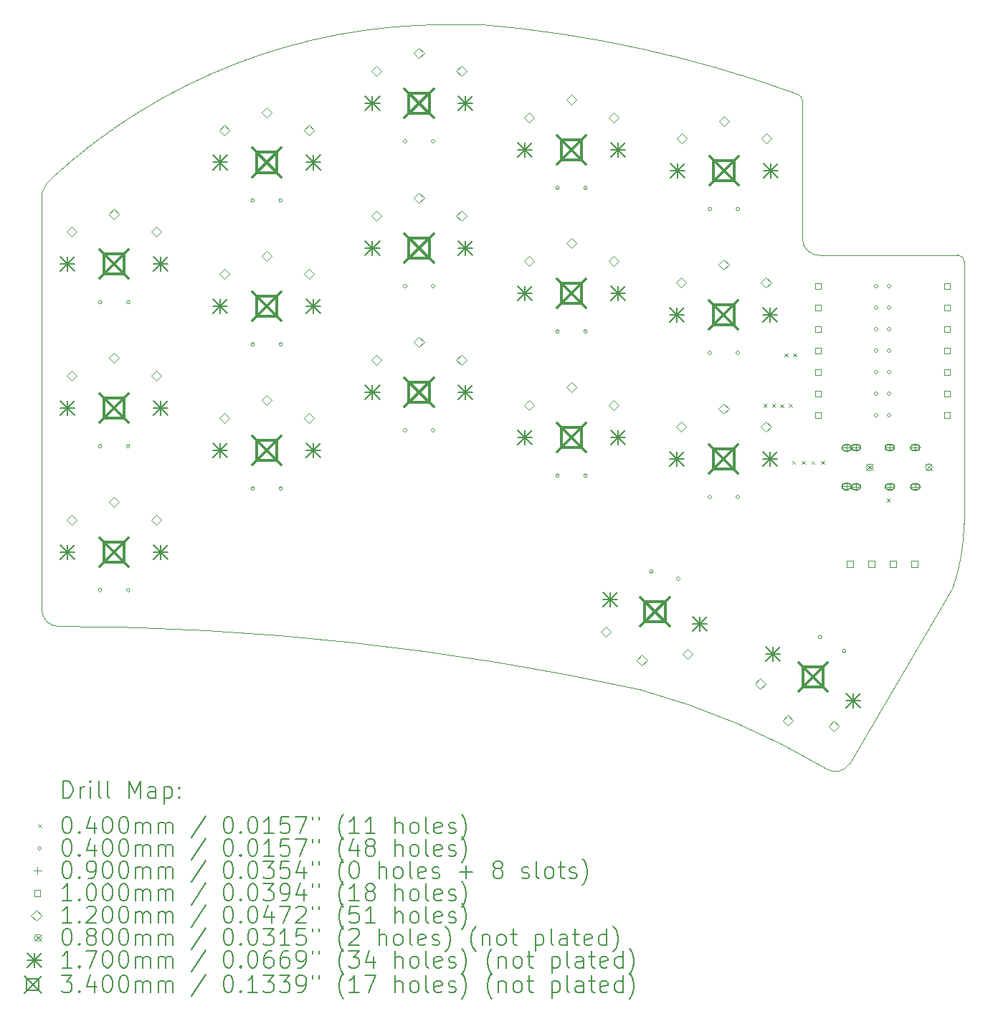
<source format=gbr>
%FSLAX45Y45*%
G04 Gerber Fmt 4.5, Leading zero omitted, Abs format (unit mm)*
G04 Created by KiCad (PCBNEW (6.0.5)) date 2022-07-31 11:40:54*
%MOMM*%
%LPD*%
G01*
G04 APERTURE LIST*
%TA.AperFunction,Profile*%
%ADD10C,0.050000*%
%TD*%
%ADD11C,0.200000*%
%ADD12C,0.040000*%
%ADD13C,0.090000*%
%ADD14C,0.100000*%
%ADD15C,0.120000*%
%ADD16C,0.080000*%
%ADD17C,0.170000*%
%ADD18C,0.340000*%
G04 APERTURE END LIST*
D10*
X12613730Y-7974673D02*
G75*
G03*
X12744400Y-7227439I-2173270J765084D01*
G01*
X11118701Y-10118273D02*
G75*
G03*
X8921813Y-9184849I-4546821J-7649317D01*
G01*
X10833102Y-2222500D02*
G75*
G03*
X10788723Y-2156723I-76642J-3850D01*
G01*
X10788723Y-2156723D02*
G75*
G03*
X7039172Y-1331102I-4944283J-13527337D01*
G01*
X12613730Y-7974673D02*
X11391900Y-10058400D01*
X11037848Y-4055420D02*
X12669401Y-4051754D01*
X1992600Y-3124954D02*
G75*
G03*
X1849905Y-3326324I244500J-324500D01*
G01*
X7039172Y-1331102D02*
X6619033Y-1331648D01*
X10834352Y-3862328D02*
G75*
G03*
X11037848Y-4055420I199998J6998D01*
G01*
X12744400Y-4126300D02*
X12744400Y-5877054D01*
X1853925Y-8253157D02*
G75*
G03*
X2057700Y-8436766I197800J14642D01*
G01*
X12744400Y-4126300D02*
G75*
G03*
X12669400Y-4051300I-75000J0D01*
G01*
X12744400Y-5877054D02*
X12745600Y-6613654D01*
X12745600Y-6613654D02*
X12744400Y-7227439D01*
X11118701Y-10118273D02*
G75*
G03*
X11391900Y-10058400I106999J165003D01*
G01*
X6619033Y-1331648D02*
G75*
G03*
X1992600Y-3124954I0J-6864369D01*
G01*
X10834348Y-3862328D02*
X10833102Y-2222500D01*
X1849905Y-3326324D02*
X1853925Y-8253157D01*
X8921813Y-9184849D02*
G75*
G03*
X2057700Y-8436766I-6921916J-31647541D01*
G01*
D11*
D12*
X10374070Y-5809407D02*
X10414070Y-5849407D01*
X10414070Y-5809407D02*
X10374070Y-5849407D01*
X10474017Y-5808627D02*
X10514017Y-5848627D01*
X10514017Y-5808627D02*
X10474017Y-5848627D01*
X10573450Y-5812683D02*
X10613450Y-5852683D01*
X10613450Y-5812683D02*
X10573450Y-5852683D01*
X10622048Y-5212092D02*
X10662048Y-5252092D01*
X10662048Y-5212092D02*
X10622048Y-5252092D01*
X10673400Y-5809300D02*
X10713400Y-5849300D01*
X10713400Y-5809300D02*
X10673400Y-5849300D01*
X10711500Y-6482400D02*
X10751500Y-6522400D01*
X10751500Y-6482400D02*
X10711500Y-6522400D01*
X10724200Y-5212400D02*
X10764200Y-5252400D01*
X10764200Y-5212400D02*
X10724200Y-5252400D01*
X10825800Y-6482400D02*
X10865800Y-6522400D01*
X10865800Y-6482400D02*
X10825800Y-6522400D01*
X10940100Y-6482400D02*
X10980100Y-6522400D01*
X10980100Y-6482400D02*
X10940100Y-6522400D01*
X11054400Y-6482400D02*
X11094400Y-6522400D01*
X11094400Y-6482400D02*
X11054400Y-6522400D01*
X11829100Y-6926900D02*
X11869100Y-6966900D01*
X11869100Y-6926900D02*
X11829100Y-6966900D01*
X2563000Y-4608000D02*
G75*
G03*
X2563000Y-4608000I-20000J0D01*
G01*
X2563000Y-6308000D02*
G75*
G03*
X2563000Y-6308000I-20000J0D01*
G01*
X2563000Y-8008000D02*
G75*
G03*
X2563000Y-8008000I-20000J0D01*
G01*
X2893000Y-4608000D02*
G75*
G03*
X2893000Y-4608000I-20000J0D01*
G01*
X2893000Y-6308000D02*
G75*
G03*
X2893000Y-6308000I-20000J0D01*
G01*
X2893000Y-8008000D02*
G75*
G03*
X2893000Y-8008000I-20000J0D01*
G01*
X4363000Y-3408000D02*
G75*
G03*
X4363000Y-3408000I-20000J0D01*
G01*
X4363000Y-5105400D02*
G75*
G03*
X4363000Y-5105400I-20000J0D01*
G01*
X4363000Y-6807200D02*
G75*
G03*
X4363000Y-6807200I-20000J0D01*
G01*
X4693000Y-3408000D02*
G75*
G03*
X4693000Y-3408000I-20000J0D01*
G01*
X4693000Y-5105400D02*
G75*
G03*
X4693000Y-5105400I-20000J0D01*
G01*
X4693000Y-6807200D02*
G75*
G03*
X4693000Y-6807200I-20000J0D01*
G01*
X6163000Y-2708000D02*
G75*
G03*
X6163000Y-2708000I-20000J0D01*
G01*
X6163000Y-4419600D02*
G75*
G03*
X6163000Y-4419600I-20000J0D01*
G01*
X6163000Y-6121400D02*
G75*
G03*
X6163000Y-6121400I-20000J0D01*
G01*
X6493000Y-2708000D02*
G75*
G03*
X6493000Y-2708000I-20000J0D01*
G01*
X6493000Y-4419600D02*
G75*
G03*
X6493000Y-4419600I-20000J0D01*
G01*
X6493000Y-6121400D02*
G75*
G03*
X6493000Y-6121400I-20000J0D01*
G01*
X7963000Y-3258000D02*
G75*
G03*
X7963000Y-3258000I-20000J0D01*
G01*
X7963000Y-4953000D02*
G75*
G03*
X7963000Y-4953000I-20000J0D01*
G01*
X7963000Y-6654800D02*
G75*
G03*
X7963000Y-6654800I-20000J0D01*
G01*
X8293000Y-3258000D02*
G75*
G03*
X8293000Y-3258000I-20000J0D01*
G01*
X8293000Y-4953000D02*
G75*
G03*
X8293000Y-4953000I-20000J0D01*
G01*
X8293000Y-6654800D02*
G75*
G03*
X8293000Y-6654800I-20000J0D01*
G01*
X9070622Y-7787295D02*
G75*
G03*
X9070622Y-7787295I-20000J0D01*
G01*
X9389378Y-7872705D02*
G75*
G03*
X9389378Y-7872705I-20000J0D01*
G01*
X9761000Y-5207000D02*
G75*
G03*
X9761000Y-5207000I-20000J0D01*
G01*
X9761000Y-6908800D02*
G75*
G03*
X9761000Y-6908800I-20000J0D01*
G01*
X9763000Y-3508000D02*
G75*
G03*
X9763000Y-3508000I-20000J0D01*
G01*
X10091000Y-5207000D02*
G75*
G03*
X10091000Y-5207000I-20000J0D01*
G01*
X10091000Y-6908800D02*
G75*
G03*
X10091000Y-6908800I-20000J0D01*
G01*
X10093000Y-3508000D02*
G75*
G03*
X10093000Y-3508000I-20000J0D01*
G01*
X11063106Y-8562500D02*
G75*
G03*
X11063106Y-8562500I-20000J0D01*
G01*
X11348894Y-8727500D02*
G75*
G03*
X11348894Y-8727500I-20000J0D01*
G01*
X11725600Y-4419600D02*
G75*
G03*
X11725600Y-4419600I-20000J0D01*
G01*
X11725600Y-4673600D02*
G75*
G03*
X11725600Y-4673600I-20000J0D01*
G01*
X11725600Y-4927600D02*
G75*
G03*
X11725600Y-4927600I-20000J0D01*
G01*
X11725600Y-5181600D02*
G75*
G03*
X11725600Y-5181600I-20000J0D01*
G01*
X11725600Y-5435600D02*
G75*
G03*
X11725600Y-5435600I-20000J0D01*
G01*
X11725600Y-5689600D02*
G75*
G03*
X11725600Y-5689600I-20000J0D01*
G01*
X11725600Y-5943600D02*
G75*
G03*
X11725600Y-5943600I-20000J0D01*
G01*
X11878000Y-4419600D02*
G75*
G03*
X11878000Y-4419600I-20000J0D01*
G01*
X11878000Y-4673600D02*
G75*
G03*
X11878000Y-4673600I-20000J0D01*
G01*
X11878000Y-4927600D02*
G75*
G03*
X11878000Y-4927600I-20000J0D01*
G01*
X11878000Y-5181600D02*
G75*
G03*
X11878000Y-5181600I-20000J0D01*
G01*
X11878000Y-5435600D02*
G75*
G03*
X11878000Y-5435600I-20000J0D01*
G01*
X11878000Y-5689600D02*
G75*
G03*
X11878000Y-5689600I-20000J0D01*
G01*
X11878000Y-5943600D02*
G75*
G03*
X11878000Y-5943600I-20000J0D01*
G01*
D13*
X11356600Y-6739600D02*
X11356600Y-6829600D01*
X11311600Y-6784600D02*
X11401600Y-6784600D01*
D11*
X11336600Y-6819600D02*
X11376600Y-6819600D01*
X11336600Y-6749600D02*
X11376600Y-6749600D01*
X11376600Y-6819600D02*
G75*
G03*
X11376600Y-6749600I0J35000D01*
G01*
X11336600Y-6749600D02*
G75*
G03*
X11336600Y-6819600I0J-35000D01*
G01*
D13*
X11358600Y-6282600D02*
X11358600Y-6372600D01*
X11313600Y-6327600D02*
X11403600Y-6327600D01*
D11*
X11378600Y-6292600D02*
X11338600Y-6292600D01*
X11378600Y-6362600D02*
X11338600Y-6362600D01*
X11338600Y-6292600D02*
G75*
G03*
X11338600Y-6362600I0J-35000D01*
G01*
X11378600Y-6362600D02*
G75*
G03*
X11378600Y-6292600I0J35000D01*
G01*
D13*
X11466600Y-6279600D02*
X11466600Y-6369600D01*
X11421600Y-6324600D02*
X11511600Y-6324600D01*
D11*
X11446600Y-6359600D02*
X11486600Y-6359600D01*
X11446600Y-6289600D02*
X11486600Y-6289600D01*
X11486600Y-6359600D02*
G75*
G03*
X11486600Y-6289600I0J35000D01*
G01*
X11446600Y-6289600D02*
G75*
G03*
X11446600Y-6359600I0J-35000D01*
G01*
D13*
X11468600Y-6742600D02*
X11468600Y-6832600D01*
X11423600Y-6787600D02*
X11513600Y-6787600D01*
D11*
X11488600Y-6752600D02*
X11448600Y-6752600D01*
X11488600Y-6822600D02*
X11448600Y-6822600D01*
X11448600Y-6752600D02*
G75*
G03*
X11448600Y-6822600I0J-35000D01*
G01*
X11488600Y-6822600D02*
G75*
G03*
X11488600Y-6752600I0J35000D01*
G01*
D13*
X11866600Y-6279600D02*
X11866600Y-6369600D01*
X11821600Y-6324600D02*
X11911600Y-6324600D01*
D11*
X11846600Y-6359600D02*
X11886600Y-6359600D01*
X11846600Y-6289600D02*
X11886600Y-6289600D01*
X11886600Y-6359600D02*
G75*
G03*
X11886600Y-6289600I0J35000D01*
G01*
X11846600Y-6289600D02*
G75*
G03*
X11846600Y-6359600I0J-35000D01*
G01*
D13*
X11868600Y-6742600D02*
X11868600Y-6832600D01*
X11823600Y-6787600D02*
X11913600Y-6787600D01*
D11*
X11888600Y-6752600D02*
X11848600Y-6752600D01*
X11888600Y-6822600D02*
X11848600Y-6822600D01*
X11848600Y-6752600D02*
G75*
G03*
X11848600Y-6822600I0J-35000D01*
G01*
X11888600Y-6822600D02*
G75*
G03*
X11888600Y-6752600I0J35000D01*
G01*
D13*
X12166600Y-6279600D02*
X12166600Y-6369600D01*
X12121600Y-6324600D02*
X12211600Y-6324600D01*
D11*
X12146600Y-6359600D02*
X12186600Y-6359600D01*
X12146600Y-6289600D02*
X12186600Y-6289600D01*
X12186600Y-6359600D02*
G75*
G03*
X12186600Y-6289600I0J35000D01*
G01*
X12146600Y-6289600D02*
G75*
G03*
X12146600Y-6359600I0J-35000D01*
G01*
D13*
X12168600Y-6742600D02*
X12168600Y-6832600D01*
X12123600Y-6787600D02*
X12213600Y-6787600D01*
D11*
X12188600Y-6752600D02*
X12148600Y-6752600D01*
X12188600Y-6822600D02*
X12148600Y-6822600D01*
X12148600Y-6752600D02*
G75*
G03*
X12148600Y-6822600I0J-35000D01*
G01*
X12188600Y-6822600D02*
G75*
G03*
X12188600Y-6752600I0J35000D01*
G01*
D14*
X11055356Y-4454956D02*
X11055356Y-4384244D01*
X10984644Y-4384244D01*
X10984644Y-4454956D01*
X11055356Y-4454956D01*
X11055356Y-4708956D02*
X11055356Y-4638244D01*
X10984644Y-4638244D01*
X10984644Y-4708956D01*
X11055356Y-4708956D01*
X11055356Y-4962956D02*
X11055356Y-4892244D01*
X10984644Y-4892244D01*
X10984644Y-4962956D01*
X11055356Y-4962956D01*
X11055356Y-5216956D02*
X11055356Y-5146244D01*
X10984644Y-5146244D01*
X10984644Y-5216956D01*
X11055356Y-5216956D01*
X11055356Y-5470956D02*
X11055356Y-5400244D01*
X10984644Y-5400244D01*
X10984644Y-5470956D01*
X11055356Y-5470956D01*
X11055356Y-5724956D02*
X11055356Y-5654244D01*
X10984644Y-5654244D01*
X10984644Y-5724956D01*
X11055356Y-5724956D01*
X11055356Y-5978956D02*
X11055356Y-5908244D01*
X10984644Y-5908244D01*
X10984644Y-5978956D01*
X11055356Y-5978956D01*
X11431356Y-7736356D02*
X11431356Y-7665644D01*
X11360644Y-7665644D01*
X11360644Y-7736356D01*
X11431356Y-7736356D01*
X11685356Y-7736356D02*
X11685356Y-7665644D01*
X11614644Y-7665644D01*
X11614644Y-7736356D01*
X11685356Y-7736356D01*
X11939356Y-7736356D02*
X11939356Y-7665644D01*
X11868644Y-7665644D01*
X11868644Y-7736356D01*
X11939356Y-7736356D01*
X12193356Y-7736356D02*
X12193356Y-7665644D01*
X12122644Y-7665644D01*
X12122644Y-7736356D01*
X12193356Y-7736356D01*
X12579356Y-4454956D02*
X12579356Y-4384244D01*
X12508644Y-4384244D01*
X12508644Y-4454956D01*
X12579356Y-4454956D01*
X12579356Y-4708956D02*
X12579356Y-4638244D01*
X12508644Y-4638244D01*
X12508644Y-4708956D01*
X12579356Y-4708956D01*
X12579356Y-4962956D02*
X12579356Y-4892244D01*
X12508644Y-4892244D01*
X12508644Y-4962956D01*
X12579356Y-4962956D01*
X12579356Y-5216956D02*
X12579356Y-5146244D01*
X12508644Y-5146244D01*
X12508644Y-5216956D01*
X12579356Y-5216956D01*
X12579356Y-5470956D02*
X12579356Y-5400244D01*
X12508644Y-5400244D01*
X12508644Y-5470956D01*
X12579356Y-5470956D01*
X12579356Y-5724956D02*
X12579356Y-5654244D01*
X12508644Y-5654244D01*
X12508644Y-5724956D01*
X12579356Y-5724956D01*
X12579356Y-5978956D02*
X12579356Y-5908244D01*
X12508644Y-5908244D01*
X12508644Y-5978956D01*
X12579356Y-5978956D01*
D15*
X2208000Y-3838000D02*
X2268000Y-3778000D01*
X2208000Y-3718000D01*
X2148000Y-3778000D01*
X2208000Y-3838000D01*
X2208000Y-5538000D02*
X2268000Y-5478000D01*
X2208000Y-5418000D01*
X2148000Y-5478000D01*
X2208000Y-5538000D01*
X2208000Y-7238000D02*
X2268000Y-7178000D01*
X2208000Y-7118000D01*
X2148000Y-7178000D01*
X2208000Y-7238000D01*
X2708000Y-3628000D02*
X2768000Y-3568000D01*
X2708000Y-3508000D01*
X2648000Y-3568000D01*
X2708000Y-3628000D01*
X2708000Y-5328000D02*
X2768000Y-5268000D01*
X2708000Y-5208000D01*
X2648000Y-5268000D01*
X2708000Y-5328000D01*
X2708000Y-7028000D02*
X2768000Y-6968000D01*
X2708000Y-6908000D01*
X2648000Y-6968000D01*
X2708000Y-7028000D01*
X3208000Y-3838000D02*
X3268000Y-3778000D01*
X3208000Y-3718000D01*
X3148000Y-3778000D01*
X3208000Y-3838000D01*
X3208000Y-5538000D02*
X3268000Y-5478000D01*
X3208000Y-5418000D01*
X3148000Y-5478000D01*
X3208000Y-5538000D01*
X3208000Y-7238000D02*
X3268000Y-7178000D01*
X3208000Y-7118000D01*
X3148000Y-7178000D01*
X3208000Y-7238000D01*
X4008000Y-2638000D02*
X4068000Y-2578000D01*
X4008000Y-2518000D01*
X3948000Y-2578000D01*
X4008000Y-2638000D01*
X4008000Y-4335400D02*
X4068000Y-4275400D01*
X4008000Y-4215400D01*
X3948000Y-4275400D01*
X4008000Y-4335400D01*
X4008000Y-6037200D02*
X4068000Y-5977200D01*
X4008000Y-5917200D01*
X3948000Y-5977200D01*
X4008000Y-6037200D01*
X4508000Y-2428000D02*
X4568000Y-2368000D01*
X4508000Y-2308000D01*
X4448000Y-2368000D01*
X4508000Y-2428000D01*
X4508000Y-4125400D02*
X4568000Y-4065400D01*
X4508000Y-4005400D01*
X4448000Y-4065400D01*
X4508000Y-4125400D01*
X4508000Y-5827200D02*
X4568000Y-5767200D01*
X4508000Y-5707200D01*
X4448000Y-5767200D01*
X4508000Y-5827200D01*
X5008000Y-2638000D02*
X5068000Y-2578000D01*
X5008000Y-2518000D01*
X4948000Y-2578000D01*
X5008000Y-2638000D01*
X5008000Y-4335400D02*
X5068000Y-4275400D01*
X5008000Y-4215400D01*
X4948000Y-4275400D01*
X5008000Y-4335400D01*
X5008000Y-6037200D02*
X5068000Y-5977200D01*
X5008000Y-5917200D01*
X4948000Y-5977200D01*
X5008000Y-6037200D01*
X5808000Y-1938000D02*
X5868000Y-1878000D01*
X5808000Y-1818000D01*
X5748000Y-1878000D01*
X5808000Y-1938000D01*
X5808000Y-3649600D02*
X5868000Y-3589600D01*
X5808000Y-3529600D01*
X5748000Y-3589600D01*
X5808000Y-3649600D01*
X5808000Y-5351400D02*
X5868000Y-5291400D01*
X5808000Y-5231400D01*
X5748000Y-5291400D01*
X5808000Y-5351400D01*
X6308000Y-1728000D02*
X6368000Y-1668000D01*
X6308000Y-1608000D01*
X6248000Y-1668000D01*
X6308000Y-1728000D01*
X6308000Y-3439600D02*
X6368000Y-3379600D01*
X6308000Y-3319600D01*
X6248000Y-3379600D01*
X6308000Y-3439600D01*
X6308000Y-5141400D02*
X6368000Y-5081400D01*
X6308000Y-5021400D01*
X6248000Y-5081400D01*
X6308000Y-5141400D01*
X6808000Y-1938000D02*
X6868000Y-1878000D01*
X6808000Y-1818000D01*
X6748000Y-1878000D01*
X6808000Y-1938000D01*
X6808000Y-3649600D02*
X6868000Y-3589600D01*
X6808000Y-3529600D01*
X6748000Y-3589600D01*
X6808000Y-3649600D01*
X6808000Y-5351400D02*
X6868000Y-5291400D01*
X6808000Y-5231400D01*
X6748000Y-5291400D01*
X6808000Y-5351400D01*
X7608000Y-2488000D02*
X7668000Y-2428000D01*
X7608000Y-2368000D01*
X7548000Y-2428000D01*
X7608000Y-2488000D01*
X7608000Y-4183000D02*
X7668000Y-4123000D01*
X7608000Y-4063000D01*
X7548000Y-4123000D01*
X7608000Y-4183000D01*
X7608000Y-5884800D02*
X7668000Y-5824800D01*
X7608000Y-5764800D01*
X7548000Y-5824800D01*
X7608000Y-5884800D01*
X8108000Y-2278000D02*
X8168000Y-2218000D01*
X8108000Y-2158000D01*
X8048000Y-2218000D01*
X8108000Y-2278000D01*
X8108000Y-3973000D02*
X8168000Y-3913000D01*
X8108000Y-3853000D01*
X8048000Y-3913000D01*
X8108000Y-3973000D01*
X8108000Y-5674800D02*
X8168000Y-5614800D01*
X8108000Y-5554800D01*
X8048000Y-5614800D01*
X8108000Y-5674800D01*
X8512217Y-8562309D02*
X8572217Y-8502309D01*
X8512217Y-8442309D01*
X8452217Y-8502309D01*
X8512217Y-8562309D01*
X8608000Y-2488000D02*
X8668000Y-2428000D01*
X8608000Y-2368000D01*
X8548000Y-2428000D01*
X8608000Y-2488000D01*
X8608000Y-4183000D02*
X8668000Y-4123000D01*
X8608000Y-4063000D01*
X8548000Y-4123000D01*
X8608000Y-4183000D01*
X8608000Y-5884800D02*
X8668000Y-5824800D01*
X8608000Y-5764800D01*
X8548000Y-5824800D01*
X8608000Y-5884800D01*
X8940828Y-8894563D02*
X9000828Y-8834563D01*
X8940828Y-8774563D01*
X8880828Y-8834563D01*
X8940828Y-8894563D01*
X9406000Y-4437000D02*
X9466000Y-4377000D01*
X9406000Y-4317000D01*
X9346000Y-4377000D01*
X9406000Y-4437000D01*
X9406000Y-6138800D02*
X9466000Y-6078800D01*
X9406000Y-6018800D01*
X9346000Y-6078800D01*
X9406000Y-6138800D01*
X9408000Y-2738000D02*
X9468000Y-2678000D01*
X9408000Y-2618000D01*
X9348000Y-2678000D01*
X9408000Y-2738000D01*
X9478143Y-8821128D02*
X9538143Y-8761128D01*
X9478143Y-8701128D01*
X9418143Y-8761128D01*
X9478143Y-8821128D01*
X9906000Y-4227000D02*
X9966000Y-4167000D01*
X9906000Y-4107000D01*
X9846000Y-4167000D01*
X9906000Y-4227000D01*
X9906000Y-5928800D02*
X9966000Y-5868800D01*
X9906000Y-5808800D01*
X9846000Y-5868800D01*
X9906000Y-5928800D01*
X9908000Y-2528000D02*
X9968000Y-2468000D01*
X9908000Y-2408000D01*
X9848000Y-2468000D01*
X9908000Y-2528000D01*
X10337987Y-9173801D02*
X10397987Y-9113801D01*
X10337987Y-9053801D01*
X10277987Y-9113801D01*
X10337987Y-9173801D01*
X10406000Y-4437000D02*
X10466000Y-4377000D01*
X10406000Y-4317000D01*
X10346000Y-4377000D01*
X10406000Y-4437000D01*
X10406000Y-6138800D02*
X10466000Y-6078800D01*
X10406000Y-6018800D01*
X10346000Y-6078800D01*
X10406000Y-6138800D01*
X10408000Y-2738000D02*
X10468000Y-2678000D01*
X10408000Y-2618000D01*
X10348000Y-2678000D01*
X10408000Y-2738000D01*
X10666000Y-9605666D02*
X10726000Y-9545666D01*
X10666000Y-9485666D01*
X10606000Y-9545666D01*
X10666000Y-9605666D01*
X11204013Y-9673801D02*
X11264013Y-9613801D01*
X11204013Y-9553801D01*
X11144013Y-9613801D01*
X11204013Y-9673801D01*
D16*
X11588600Y-6517600D02*
X11668600Y-6597600D01*
X11668600Y-6517600D02*
X11588600Y-6597600D01*
X11668600Y-6557600D02*
G75*
G03*
X11668600Y-6557600I-40000J0D01*
G01*
X12288600Y-6517600D02*
X12368600Y-6597600D01*
X12368600Y-6517600D02*
X12288600Y-6597600D01*
X12368600Y-6557600D02*
G75*
G03*
X12368600Y-6557600I-40000J0D01*
G01*
D17*
X2073000Y-4073000D02*
X2243000Y-4243000D01*
X2243000Y-4073000D02*
X2073000Y-4243000D01*
X2158000Y-4073000D02*
X2158000Y-4243000D01*
X2073000Y-4158000D02*
X2243000Y-4158000D01*
X2073000Y-5773000D02*
X2243000Y-5943000D01*
X2243000Y-5773000D02*
X2073000Y-5943000D01*
X2158000Y-5773000D02*
X2158000Y-5943000D01*
X2073000Y-5858000D02*
X2243000Y-5858000D01*
X2073000Y-7473000D02*
X2243000Y-7643000D01*
X2243000Y-7473000D02*
X2073000Y-7643000D01*
X2158000Y-7473000D02*
X2158000Y-7643000D01*
X2073000Y-7558000D02*
X2243000Y-7558000D01*
X3173000Y-4073000D02*
X3343000Y-4243000D01*
X3343000Y-4073000D02*
X3173000Y-4243000D01*
X3258000Y-4073000D02*
X3258000Y-4243000D01*
X3173000Y-4158000D02*
X3343000Y-4158000D01*
X3173000Y-5773000D02*
X3343000Y-5943000D01*
X3343000Y-5773000D02*
X3173000Y-5943000D01*
X3258000Y-5773000D02*
X3258000Y-5943000D01*
X3173000Y-5858000D02*
X3343000Y-5858000D01*
X3173000Y-7473000D02*
X3343000Y-7643000D01*
X3343000Y-7473000D02*
X3173000Y-7643000D01*
X3258000Y-7473000D02*
X3258000Y-7643000D01*
X3173000Y-7558000D02*
X3343000Y-7558000D01*
X3873000Y-2873000D02*
X4043000Y-3043000D01*
X4043000Y-2873000D02*
X3873000Y-3043000D01*
X3958000Y-2873000D02*
X3958000Y-3043000D01*
X3873000Y-2958000D02*
X4043000Y-2958000D01*
X3873000Y-4570400D02*
X4043000Y-4740400D01*
X4043000Y-4570400D02*
X3873000Y-4740400D01*
X3958000Y-4570400D02*
X3958000Y-4740400D01*
X3873000Y-4655400D02*
X4043000Y-4655400D01*
X3873000Y-6272200D02*
X4043000Y-6442200D01*
X4043000Y-6272200D02*
X3873000Y-6442200D01*
X3958000Y-6272200D02*
X3958000Y-6442200D01*
X3873000Y-6357200D02*
X4043000Y-6357200D01*
X4973000Y-2873000D02*
X5143000Y-3043000D01*
X5143000Y-2873000D02*
X4973000Y-3043000D01*
X5058000Y-2873000D02*
X5058000Y-3043000D01*
X4973000Y-2958000D02*
X5143000Y-2958000D01*
X4973000Y-4570400D02*
X5143000Y-4740400D01*
X5143000Y-4570400D02*
X4973000Y-4740400D01*
X5058000Y-4570400D02*
X5058000Y-4740400D01*
X4973000Y-4655400D02*
X5143000Y-4655400D01*
X4973000Y-6272200D02*
X5143000Y-6442200D01*
X5143000Y-6272200D02*
X4973000Y-6442200D01*
X5058000Y-6272200D02*
X5058000Y-6442200D01*
X4973000Y-6357200D02*
X5143000Y-6357200D01*
X5673000Y-2173000D02*
X5843000Y-2343000D01*
X5843000Y-2173000D02*
X5673000Y-2343000D01*
X5758000Y-2173000D02*
X5758000Y-2343000D01*
X5673000Y-2258000D02*
X5843000Y-2258000D01*
X5673000Y-3884600D02*
X5843000Y-4054600D01*
X5843000Y-3884600D02*
X5673000Y-4054600D01*
X5758000Y-3884600D02*
X5758000Y-4054600D01*
X5673000Y-3969600D02*
X5843000Y-3969600D01*
X5673000Y-5586400D02*
X5843000Y-5756400D01*
X5843000Y-5586400D02*
X5673000Y-5756400D01*
X5758000Y-5586400D02*
X5758000Y-5756400D01*
X5673000Y-5671400D02*
X5843000Y-5671400D01*
X6773000Y-2173000D02*
X6943000Y-2343000D01*
X6943000Y-2173000D02*
X6773000Y-2343000D01*
X6858000Y-2173000D02*
X6858000Y-2343000D01*
X6773000Y-2258000D02*
X6943000Y-2258000D01*
X6773000Y-3884600D02*
X6943000Y-4054600D01*
X6943000Y-3884600D02*
X6773000Y-4054600D01*
X6858000Y-3884600D02*
X6858000Y-4054600D01*
X6773000Y-3969600D02*
X6943000Y-3969600D01*
X6773000Y-5586400D02*
X6943000Y-5756400D01*
X6943000Y-5586400D02*
X6773000Y-5756400D01*
X6858000Y-5586400D02*
X6858000Y-5756400D01*
X6773000Y-5671400D02*
X6943000Y-5671400D01*
X7473000Y-2723000D02*
X7643000Y-2893000D01*
X7643000Y-2723000D02*
X7473000Y-2893000D01*
X7558000Y-2723000D02*
X7558000Y-2893000D01*
X7473000Y-2808000D02*
X7643000Y-2808000D01*
X7473000Y-4418000D02*
X7643000Y-4588000D01*
X7643000Y-4418000D02*
X7473000Y-4588000D01*
X7558000Y-4418000D02*
X7558000Y-4588000D01*
X7473000Y-4503000D02*
X7643000Y-4503000D01*
X7473000Y-6119800D02*
X7643000Y-6289800D01*
X7643000Y-6119800D02*
X7473000Y-6289800D01*
X7558000Y-6119800D02*
X7558000Y-6289800D01*
X7473000Y-6204800D02*
X7643000Y-6204800D01*
X8477272Y-8037316D02*
X8647272Y-8207316D01*
X8647272Y-8037316D02*
X8477272Y-8207316D01*
X8562272Y-8037316D02*
X8562272Y-8207316D01*
X8477272Y-8122316D02*
X8647272Y-8122316D01*
X8573000Y-2723000D02*
X8743000Y-2893000D01*
X8743000Y-2723000D02*
X8573000Y-2893000D01*
X8658000Y-2723000D02*
X8658000Y-2893000D01*
X8573000Y-2808000D02*
X8743000Y-2808000D01*
X8573000Y-4418000D02*
X8743000Y-4588000D01*
X8743000Y-4418000D02*
X8573000Y-4588000D01*
X8658000Y-4418000D02*
X8658000Y-4588000D01*
X8573000Y-4503000D02*
X8743000Y-4503000D01*
X8573000Y-6119800D02*
X8743000Y-6289800D01*
X8743000Y-6119800D02*
X8573000Y-6289800D01*
X8658000Y-6119800D02*
X8658000Y-6289800D01*
X8573000Y-6204800D02*
X8743000Y-6204800D01*
X9271000Y-4672000D02*
X9441000Y-4842000D01*
X9441000Y-4672000D02*
X9271000Y-4842000D01*
X9356000Y-4672000D02*
X9356000Y-4842000D01*
X9271000Y-4757000D02*
X9441000Y-4757000D01*
X9271000Y-6373800D02*
X9441000Y-6543800D01*
X9441000Y-6373800D02*
X9271000Y-6543800D01*
X9356000Y-6373800D02*
X9356000Y-6543800D01*
X9271000Y-6458800D02*
X9441000Y-6458800D01*
X9273000Y-2973000D02*
X9443000Y-3143000D01*
X9443000Y-2973000D02*
X9273000Y-3143000D01*
X9358000Y-2973000D02*
X9358000Y-3143000D01*
X9273000Y-3058000D02*
X9443000Y-3058000D01*
X9539791Y-8322017D02*
X9709791Y-8492017D01*
X9709791Y-8322017D02*
X9539791Y-8492017D01*
X9624791Y-8322017D02*
X9624791Y-8492017D01*
X9539791Y-8407017D02*
X9709791Y-8407017D01*
X10371000Y-4672000D02*
X10541000Y-4842000D01*
X10541000Y-4672000D02*
X10371000Y-4842000D01*
X10456000Y-4672000D02*
X10456000Y-4842000D01*
X10371000Y-4757000D02*
X10541000Y-4757000D01*
X10371000Y-6373800D02*
X10541000Y-6543800D01*
X10541000Y-6373800D02*
X10371000Y-6543800D01*
X10456000Y-6373800D02*
X10456000Y-6543800D01*
X10371000Y-6458800D02*
X10541000Y-6458800D01*
X10373000Y-2973000D02*
X10543000Y-3143000D01*
X10543000Y-2973000D02*
X10373000Y-3143000D01*
X10458000Y-2973000D02*
X10458000Y-3143000D01*
X10373000Y-3058000D02*
X10543000Y-3058000D01*
X10399686Y-8674711D02*
X10569686Y-8844711D01*
X10569686Y-8674711D02*
X10399686Y-8844711D01*
X10484686Y-8674711D02*
X10484686Y-8844711D01*
X10399686Y-8759711D02*
X10569686Y-8759711D01*
X11352314Y-9224711D02*
X11522314Y-9394711D01*
X11522314Y-9224711D02*
X11352314Y-9394711D01*
X11437314Y-9224711D02*
X11437314Y-9394711D01*
X11352314Y-9309711D02*
X11522314Y-9309711D01*
D18*
X2538000Y-3988000D02*
X2878000Y-4328000D01*
X2878000Y-3988000D02*
X2538000Y-4328000D01*
X2828209Y-4278209D02*
X2828209Y-4037791D01*
X2587791Y-4037791D01*
X2587791Y-4278209D01*
X2828209Y-4278209D01*
X2538000Y-5688000D02*
X2878000Y-6028000D01*
X2878000Y-5688000D02*
X2538000Y-6028000D01*
X2828209Y-5978209D02*
X2828209Y-5737791D01*
X2587791Y-5737791D01*
X2587791Y-5978209D01*
X2828209Y-5978209D01*
X2538000Y-7388000D02*
X2878000Y-7728000D01*
X2878000Y-7388000D02*
X2538000Y-7728000D01*
X2828209Y-7678209D02*
X2828209Y-7437791D01*
X2587791Y-7437791D01*
X2587791Y-7678209D01*
X2828209Y-7678209D01*
X4338000Y-2788000D02*
X4678000Y-3128000D01*
X4678000Y-2788000D02*
X4338000Y-3128000D01*
X4628209Y-3078209D02*
X4628209Y-2837791D01*
X4387791Y-2837791D01*
X4387791Y-3078209D01*
X4628209Y-3078209D01*
X4338000Y-4485400D02*
X4678000Y-4825400D01*
X4678000Y-4485400D02*
X4338000Y-4825400D01*
X4628209Y-4775609D02*
X4628209Y-4535191D01*
X4387791Y-4535191D01*
X4387791Y-4775609D01*
X4628209Y-4775609D01*
X4338000Y-6187200D02*
X4678000Y-6527200D01*
X4678000Y-6187200D02*
X4338000Y-6527200D01*
X4628209Y-6477409D02*
X4628209Y-6236991D01*
X4387791Y-6236991D01*
X4387791Y-6477409D01*
X4628209Y-6477409D01*
X6138000Y-2088000D02*
X6478000Y-2428000D01*
X6478000Y-2088000D02*
X6138000Y-2428000D01*
X6428209Y-2378209D02*
X6428209Y-2137791D01*
X6187791Y-2137791D01*
X6187791Y-2378209D01*
X6428209Y-2378209D01*
X6138000Y-3799600D02*
X6478000Y-4139600D01*
X6478000Y-3799600D02*
X6138000Y-4139600D01*
X6428209Y-4089809D02*
X6428209Y-3849391D01*
X6187791Y-3849391D01*
X6187791Y-4089809D01*
X6428209Y-4089809D01*
X6138000Y-5501400D02*
X6478000Y-5841400D01*
X6478000Y-5501400D02*
X6138000Y-5841400D01*
X6428209Y-5791609D02*
X6428209Y-5551191D01*
X6187791Y-5551191D01*
X6187791Y-5791609D01*
X6428209Y-5791609D01*
X7938000Y-2638000D02*
X8278000Y-2978000D01*
X8278000Y-2638000D02*
X7938000Y-2978000D01*
X8228209Y-2928209D02*
X8228209Y-2687791D01*
X7987791Y-2687791D01*
X7987791Y-2928209D01*
X8228209Y-2928209D01*
X7938000Y-4333000D02*
X8278000Y-4673000D01*
X8278000Y-4333000D02*
X7938000Y-4673000D01*
X8228209Y-4623209D02*
X8228209Y-4382791D01*
X7987791Y-4382791D01*
X7987791Y-4623209D01*
X8228209Y-4623209D01*
X7938000Y-6034800D02*
X8278000Y-6374800D01*
X8278000Y-6034800D02*
X7938000Y-6374800D01*
X8228209Y-6325009D02*
X8228209Y-6084591D01*
X7987791Y-6084591D01*
X7987791Y-6325009D01*
X8228209Y-6325009D01*
X8923531Y-8094667D02*
X9263531Y-8434667D01*
X9263531Y-8094667D02*
X8923531Y-8434667D01*
X9213741Y-8384876D02*
X9213741Y-8144457D01*
X8973322Y-8144457D01*
X8973322Y-8384876D01*
X9213741Y-8384876D01*
X9736000Y-4587000D02*
X10076000Y-4927000D01*
X10076000Y-4587000D02*
X9736000Y-4927000D01*
X10026209Y-4877209D02*
X10026209Y-4636791D01*
X9785791Y-4636791D01*
X9785791Y-4877209D01*
X10026209Y-4877209D01*
X9736000Y-6288800D02*
X10076000Y-6628800D01*
X10076000Y-6288800D02*
X9736000Y-6628800D01*
X10026209Y-6579009D02*
X10026209Y-6338591D01*
X9785791Y-6338591D01*
X9785791Y-6579009D01*
X10026209Y-6579009D01*
X9738000Y-2888000D02*
X10078000Y-3228000D01*
X10078000Y-2888000D02*
X9738000Y-3228000D01*
X10028209Y-3178209D02*
X10028209Y-2937791D01*
X9787791Y-2937791D01*
X9787791Y-3178209D01*
X10028209Y-3178209D01*
X10791000Y-8864711D02*
X11131000Y-9204711D01*
X11131000Y-8864711D02*
X10791000Y-9204711D01*
X11081209Y-9154921D02*
X11081209Y-8914502D01*
X10840791Y-8914502D01*
X10840791Y-9154921D01*
X11081209Y-9154921D01*
D11*
X2105024Y-10462905D02*
X2105024Y-10262905D01*
X2152643Y-10262905D01*
X2181215Y-10272429D01*
X2200263Y-10291477D01*
X2209786Y-10310524D01*
X2219310Y-10348619D01*
X2219310Y-10377191D01*
X2209786Y-10415286D01*
X2200263Y-10434334D01*
X2181215Y-10453381D01*
X2152643Y-10462905D01*
X2105024Y-10462905D01*
X2305024Y-10462905D02*
X2305024Y-10329572D01*
X2305024Y-10367667D02*
X2314548Y-10348619D01*
X2324072Y-10339096D01*
X2343120Y-10329572D01*
X2362167Y-10329572D01*
X2428834Y-10462905D02*
X2428834Y-10329572D01*
X2428834Y-10262905D02*
X2419310Y-10272429D01*
X2428834Y-10281953D01*
X2438358Y-10272429D01*
X2428834Y-10262905D01*
X2428834Y-10281953D01*
X2552643Y-10462905D02*
X2533596Y-10453381D01*
X2524072Y-10434334D01*
X2524072Y-10262905D01*
X2657405Y-10462905D02*
X2638358Y-10453381D01*
X2628834Y-10434334D01*
X2628834Y-10262905D01*
X2885977Y-10462905D02*
X2885977Y-10262905D01*
X2952643Y-10405762D01*
X3019310Y-10262905D01*
X3019310Y-10462905D01*
X3200262Y-10462905D02*
X3200262Y-10358143D01*
X3190739Y-10339096D01*
X3171691Y-10329572D01*
X3133596Y-10329572D01*
X3114548Y-10339096D01*
X3200262Y-10453381D02*
X3181215Y-10462905D01*
X3133596Y-10462905D01*
X3114548Y-10453381D01*
X3105024Y-10434334D01*
X3105024Y-10415286D01*
X3114548Y-10396239D01*
X3133596Y-10386715D01*
X3181215Y-10386715D01*
X3200262Y-10377191D01*
X3295501Y-10329572D02*
X3295501Y-10529572D01*
X3295501Y-10339096D02*
X3314548Y-10329572D01*
X3352643Y-10329572D01*
X3371691Y-10339096D01*
X3381215Y-10348619D01*
X3390739Y-10367667D01*
X3390739Y-10424810D01*
X3381215Y-10443858D01*
X3371691Y-10453381D01*
X3352643Y-10462905D01*
X3314548Y-10462905D01*
X3295501Y-10453381D01*
X3476453Y-10443858D02*
X3485977Y-10453381D01*
X3476453Y-10462905D01*
X3466929Y-10453381D01*
X3476453Y-10443858D01*
X3476453Y-10462905D01*
X3476453Y-10339096D02*
X3485977Y-10348619D01*
X3476453Y-10358143D01*
X3466929Y-10348619D01*
X3476453Y-10339096D01*
X3476453Y-10358143D01*
D12*
X1807405Y-10772429D02*
X1847405Y-10812429D01*
X1847405Y-10772429D02*
X1807405Y-10812429D01*
D11*
X2143120Y-10682905D02*
X2162167Y-10682905D01*
X2181215Y-10692429D01*
X2190739Y-10701953D01*
X2200263Y-10721000D01*
X2209786Y-10759096D01*
X2209786Y-10806715D01*
X2200263Y-10844810D01*
X2190739Y-10863858D01*
X2181215Y-10873381D01*
X2162167Y-10882905D01*
X2143120Y-10882905D01*
X2124072Y-10873381D01*
X2114548Y-10863858D01*
X2105024Y-10844810D01*
X2095501Y-10806715D01*
X2095501Y-10759096D01*
X2105024Y-10721000D01*
X2114548Y-10701953D01*
X2124072Y-10692429D01*
X2143120Y-10682905D01*
X2295501Y-10863858D02*
X2305024Y-10873381D01*
X2295501Y-10882905D01*
X2285977Y-10873381D01*
X2295501Y-10863858D01*
X2295501Y-10882905D01*
X2476453Y-10749572D02*
X2476453Y-10882905D01*
X2428834Y-10673381D02*
X2381215Y-10816239D01*
X2505024Y-10816239D01*
X2619310Y-10682905D02*
X2638358Y-10682905D01*
X2657405Y-10692429D01*
X2666929Y-10701953D01*
X2676453Y-10721000D01*
X2685977Y-10759096D01*
X2685977Y-10806715D01*
X2676453Y-10844810D01*
X2666929Y-10863858D01*
X2657405Y-10873381D01*
X2638358Y-10882905D01*
X2619310Y-10882905D01*
X2600263Y-10873381D01*
X2590739Y-10863858D01*
X2581215Y-10844810D01*
X2571691Y-10806715D01*
X2571691Y-10759096D01*
X2581215Y-10721000D01*
X2590739Y-10701953D01*
X2600263Y-10692429D01*
X2619310Y-10682905D01*
X2809786Y-10682905D02*
X2828834Y-10682905D01*
X2847881Y-10692429D01*
X2857405Y-10701953D01*
X2866929Y-10721000D01*
X2876453Y-10759096D01*
X2876453Y-10806715D01*
X2866929Y-10844810D01*
X2857405Y-10863858D01*
X2847881Y-10873381D01*
X2828834Y-10882905D01*
X2809786Y-10882905D01*
X2790739Y-10873381D01*
X2781215Y-10863858D01*
X2771691Y-10844810D01*
X2762167Y-10806715D01*
X2762167Y-10759096D01*
X2771691Y-10721000D01*
X2781215Y-10701953D01*
X2790739Y-10692429D01*
X2809786Y-10682905D01*
X2962167Y-10882905D02*
X2962167Y-10749572D01*
X2962167Y-10768619D02*
X2971691Y-10759096D01*
X2990739Y-10749572D01*
X3019310Y-10749572D01*
X3038358Y-10759096D01*
X3047881Y-10778143D01*
X3047881Y-10882905D01*
X3047881Y-10778143D02*
X3057405Y-10759096D01*
X3076453Y-10749572D01*
X3105024Y-10749572D01*
X3124072Y-10759096D01*
X3133596Y-10778143D01*
X3133596Y-10882905D01*
X3228834Y-10882905D02*
X3228834Y-10749572D01*
X3228834Y-10768619D02*
X3238358Y-10759096D01*
X3257405Y-10749572D01*
X3285977Y-10749572D01*
X3305024Y-10759096D01*
X3314548Y-10778143D01*
X3314548Y-10882905D01*
X3314548Y-10778143D02*
X3324072Y-10759096D01*
X3343120Y-10749572D01*
X3371691Y-10749572D01*
X3390739Y-10759096D01*
X3400262Y-10778143D01*
X3400262Y-10882905D01*
X3790739Y-10673381D02*
X3619310Y-10930524D01*
X4047881Y-10682905D02*
X4066929Y-10682905D01*
X4085977Y-10692429D01*
X4095501Y-10701953D01*
X4105024Y-10721000D01*
X4114548Y-10759096D01*
X4114548Y-10806715D01*
X4105024Y-10844810D01*
X4095501Y-10863858D01*
X4085977Y-10873381D01*
X4066929Y-10882905D01*
X4047881Y-10882905D01*
X4028834Y-10873381D01*
X4019310Y-10863858D01*
X4009786Y-10844810D01*
X4000262Y-10806715D01*
X4000262Y-10759096D01*
X4009786Y-10721000D01*
X4019310Y-10701953D01*
X4028834Y-10692429D01*
X4047881Y-10682905D01*
X4200263Y-10863858D02*
X4209786Y-10873381D01*
X4200263Y-10882905D01*
X4190739Y-10873381D01*
X4200263Y-10863858D01*
X4200263Y-10882905D01*
X4333596Y-10682905D02*
X4352643Y-10682905D01*
X4371691Y-10692429D01*
X4381215Y-10701953D01*
X4390739Y-10721000D01*
X4400263Y-10759096D01*
X4400263Y-10806715D01*
X4390739Y-10844810D01*
X4381215Y-10863858D01*
X4371691Y-10873381D01*
X4352643Y-10882905D01*
X4333596Y-10882905D01*
X4314548Y-10873381D01*
X4305024Y-10863858D01*
X4295501Y-10844810D01*
X4285977Y-10806715D01*
X4285977Y-10759096D01*
X4295501Y-10721000D01*
X4305024Y-10701953D01*
X4314548Y-10692429D01*
X4333596Y-10682905D01*
X4590739Y-10882905D02*
X4476453Y-10882905D01*
X4533596Y-10882905D02*
X4533596Y-10682905D01*
X4514548Y-10711477D01*
X4495501Y-10730524D01*
X4476453Y-10740048D01*
X4771691Y-10682905D02*
X4676453Y-10682905D01*
X4666929Y-10778143D01*
X4676453Y-10768619D01*
X4695501Y-10759096D01*
X4743120Y-10759096D01*
X4762167Y-10768619D01*
X4771691Y-10778143D01*
X4781215Y-10797191D01*
X4781215Y-10844810D01*
X4771691Y-10863858D01*
X4762167Y-10873381D01*
X4743120Y-10882905D01*
X4695501Y-10882905D01*
X4676453Y-10873381D01*
X4666929Y-10863858D01*
X4847882Y-10682905D02*
X4981215Y-10682905D01*
X4895501Y-10882905D01*
X5047882Y-10682905D02*
X5047882Y-10721000D01*
X5124072Y-10682905D02*
X5124072Y-10721000D01*
X5419310Y-10959096D02*
X5409786Y-10949572D01*
X5390739Y-10921000D01*
X5381215Y-10901953D01*
X5371691Y-10873381D01*
X5362167Y-10825762D01*
X5362167Y-10787667D01*
X5371691Y-10740048D01*
X5381215Y-10711477D01*
X5390739Y-10692429D01*
X5409786Y-10663858D01*
X5419310Y-10654334D01*
X5600262Y-10882905D02*
X5485977Y-10882905D01*
X5543120Y-10882905D02*
X5543120Y-10682905D01*
X5524072Y-10711477D01*
X5505024Y-10730524D01*
X5485977Y-10740048D01*
X5790739Y-10882905D02*
X5676453Y-10882905D01*
X5733596Y-10882905D02*
X5733596Y-10682905D01*
X5714548Y-10711477D01*
X5695501Y-10730524D01*
X5676453Y-10740048D01*
X6028834Y-10882905D02*
X6028834Y-10682905D01*
X6114548Y-10882905D02*
X6114548Y-10778143D01*
X6105024Y-10759096D01*
X6085977Y-10749572D01*
X6057405Y-10749572D01*
X6038358Y-10759096D01*
X6028834Y-10768619D01*
X6238358Y-10882905D02*
X6219310Y-10873381D01*
X6209786Y-10863858D01*
X6200262Y-10844810D01*
X6200262Y-10787667D01*
X6209786Y-10768619D01*
X6219310Y-10759096D01*
X6238358Y-10749572D01*
X6266929Y-10749572D01*
X6285977Y-10759096D01*
X6295501Y-10768619D01*
X6305024Y-10787667D01*
X6305024Y-10844810D01*
X6295501Y-10863858D01*
X6285977Y-10873381D01*
X6266929Y-10882905D01*
X6238358Y-10882905D01*
X6419310Y-10882905D02*
X6400262Y-10873381D01*
X6390739Y-10854334D01*
X6390739Y-10682905D01*
X6571691Y-10873381D02*
X6552643Y-10882905D01*
X6514548Y-10882905D01*
X6495501Y-10873381D01*
X6485977Y-10854334D01*
X6485977Y-10778143D01*
X6495501Y-10759096D01*
X6514548Y-10749572D01*
X6552643Y-10749572D01*
X6571691Y-10759096D01*
X6581215Y-10778143D01*
X6581215Y-10797191D01*
X6485977Y-10816239D01*
X6657405Y-10873381D02*
X6676453Y-10882905D01*
X6714548Y-10882905D01*
X6733596Y-10873381D01*
X6743120Y-10854334D01*
X6743120Y-10844810D01*
X6733596Y-10825762D01*
X6714548Y-10816239D01*
X6685977Y-10816239D01*
X6666929Y-10806715D01*
X6657405Y-10787667D01*
X6657405Y-10778143D01*
X6666929Y-10759096D01*
X6685977Y-10749572D01*
X6714548Y-10749572D01*
X6733596Y-10759096D01*
X6809786Y-10959096D02*
X6819310Y-10949572D01*
X6838358Y-10921000D01*
X6847881Y-10901953D01*
X6857405Y-10873381D01*
X6866929Y-10825762D01*
X6866929Y-10787667D01*
X6857405Y-10740048D01*
X6847881Y-10711477D01*
X6838358Y-10692429D01*
X6819310Y-10663858D01*
X6809786Y-10654334D01*
D12*
X1847405Y-11056429D02*
G75*
G03*
X1847405Y-11056429I-20000J0D01*
G01*
D11*
X2143120Y-10946905D02*
X2162167Y-10946905D01*
X2181215Y-10956429D01*
X2190739Y-10965953D01*
X2200263Y-10985000D01*
X2209786Y-11023096D01*
X2209786Y-11070715D01*
X2200263Y-11108810D01*
X2190739Y-11127858D01*
X2181215Y-11137381D01*
X2162167Y-11146905D01*
X2143120Y-11146905D01*
X2124072Y-11137381D01*
X2114548Y-11127858D01*
X2105024Y-11108810D01*
X2095501Y-11070715D01*
X2095501Y-11023096D01*
X2105024Y-10985000D01*
X2114548Y-10965953D01*
X2124072Y-10956429D01*
X2143120Y-10946905D01*
X2295501Y-11127858D02*
X2305024Y-11137381D01*
X2295501Y-11146905D01*
X2285977Y-11137381D01*
X2295501Y-11127858D01*
X2295501Y-11146905D01*
X2476453Y-11013572D02*
X2476453Y-11146905D01*
X2428834Y-10937381D02*
X2381215Y-11080239D01*
X2505024Y-11080239D01*
X2619310Y-10946905D02*
X2638358Y-10946905D01*
X2657405Y-10956429D01*
X2666929Y-10965953D01*
X2676453Y-10985000D01*
X2685977Y-11023096D01*
X2685977Y-11070715D01*
X2676453Y-11108810D01*
X2666929Y-11127858D01*
X2657405Y-11137381D01*
X2638358Y-11146905D01*
X2619310Y-11146905D01*
X2600263Y-11137381D01*
X2590739Y-11127858D01*
X2581215Y-11108810D01*
X2571691Y-11070715D01*
X2571691Y-11023096D01*
X2581215Y-10985000D01*
X2590739Y-10965953D01*
X2600263Y-10956429D01*
X2619310Y-10946905D01*
X2809786Y-10946905D02*
X2828834Y-10946905D01*
X2847881Y-10956429D01*
X2857405Y-10965953D01*
X2866929Y-10985000D01*
X2876453Y-11023096D01*
X2876453Y-11070715D01*
X2866929Y-11108810D01*
X2857405Y-11127858D01*
X2847881Y-11137381D01*
X2828834Y-11146905D01*
X2809786Y-11146905D01*
X2790739Y-11137381D01*
X2781215Y-11127858D01*
X2771691Y-11108810D01*
X2762167Y-11070715D01*
X2762167Y-11023096D01*
X2771691Y-10985000D01*
X2781215Y-10965953D01*
X2790739Y-10956429D01*
X2809786Y-10946905D01*
X2962167Y-11146905D02*
X2962167Y-11013572D01*
X2962167Y-11032619D02*
X2971691Y-11023096D01*
X2990739Y-11013572D01*
X3019310Y-11013572D01*
X3038358Y-11023096D01*
X3047881Y-11042143D01*
X3047881Y-11146905D01*
X3047881Y-11042143D02*
X3057405Y-11023096D01*
X3076453Y-11013572D01*
X3105024Y-11013572D01*
X3124072Y-11023096D01*
X3133596Y-11042143D01*
X3133596Y-11146905D01*
X3228834Y-11146905D02*
X3228834Y-11013572D01*
X3228834Y-11032619D02*
X3238358Y-11023096D01*
X3257405Y-11013572D01*
X3285977Y-11013572D01*
X3305024Y-11023096D01*
X3314548Y-11042143D01*
X3314548Y-11146905D01*
X3314548Y-11042143D02*
X3324072Y-11023096D01*
X3343120Y-11013572D01*
X3371691Y-11013572D01*
X3390739Y-11023096D01*
X3400262Y-11042143D01*
X3400262Y-11146905D01*
X3790739Y-10937381D02*
X3619310Y-11194524D01*
X4047881Y-10946905D02*
X4066929Y-10946905D01*
X4085977Y-10956429D01*
X4095501Y-10965953D01*
X4105024Y-10985000D01*
X4114548Y-11023096D01*
X4114548Y-11070715D01*
X4105024Y-11108810D01*
X4095501Y-11127858D01*
X4085977Y-11137381D01*
X4066929Y-11146905D01*
X4047881Y-11146905D01*
X4028834Y-11137381D01*
X4019310Y-11127858D01*
X4009786Y-11108810D01*
X4000262Y-11070715D01*
X4000262Y-11023096D01*
X4009786Y-10985000D01*
X4019310Y-10965953D01*
X4028834Y-10956429D01*
X4047881Y-10946905D01*
X4200263Y-11127858D02*
X4209786Y-11137381D01*
X4200263Y-11146905D01*
X4190739Y-11137381D01*
X4200263Y-11127858D01*
X4200263Y-11146905D01*
X4333596Y-10946905D02*
X4352643Y-10946905D01*
X4371691Y-10956429D01*
X4381215Y-10965953D01*
X4390739Y-10985000D01*
X4400263Y-11023096D01*
X4400263Y-11070715D01*
X4390739Y-11108810D01*
X4381215Y-11127858D01*
X4371691Y-11137381D01*
X4352643Y-11146905D01*
X4333596Y-11146905D01*
X4314548Y-11137381D01*
X4305024Y-11127858D01*
X4295501Y-11108810D01*
X4285977Y-11070715D01*
X4285977Y-11023096D01*
X4295501Y-10985000D01*
X4305024Y-10965953D01*
X4314548Y-10956429D01*
X4333596Y-10946905D01*
X4590739Y-11146905D02*
X4476453Y-11146905D01*
X4533596Y-11146905D02*
X4533596Y-10946905D01*
X4514548Y-10975477D01*
X4495501Y-10994524D01*
X4476453Y-11004048D01*
X4771691Y-10946905D02*
X4676453Y-10946905D01*
X4666929Y-11042143D01*
X4676453Y-11032619D01*
X4695501Y-11023096D01*
X4743120Y-11023096D01*
X4762167Y-11032619D01*
X4771691Y-11042143D01*
X4781215Y-11061191D01*
X4781215Y-11108810D01*
X4771691Y-11127858D01*
X4762167Y-11137381D01*
X4743120Y-11146905D01*
X4695501Y-11146905D01*
X4676453Y-11137381D01*
X4666929Y-11127858D01*
X4847882Y-10946905D02*
X4981215Y-10946905D01*
X4895501Y-11146905D01*
X5047882Y-10946905D02*
X5047882Y-10985000D01*
X5124072Y-10946905D02*
X5124072Y-10985000D01*
X5419310Y-11223096D02*
X5409786Y-11213572D01*
X5390739Y-11185000D01*
X5381215Y-11165953D01*
X5371691Y-11137381D01*
X5362167Y-11089762D01*
X5362167Y-11051667D01*
X5371691Y-11004048D01*
X5381215Y-10975477D01*
X5390739Y-10956429D01*
X5409786Y-10927858D01*
X5419310Y-10918334D01*
X5581215Y-11013572D02*
X5581215Y-11146905D01*
X5533596Y-10937381D02*
X5485977Y-11080239D01*
X5609786Y-11080239D01*
X5714548Y-11032619D02*
X5695501Y-11023096D01*
X5685977Y-11013572D01*
X5676453Y-10994524D01*
X5676453Y-10985000D01*
X5685977Y-10965953D01*
X5695501Y-10956429D01*
X5714548Y-10946905D01*
X5752643Y-10946905D01*
X5771691Y-10956429D01*
X5781215Y-10965953D01*
X5790739Y-10985000D01*
X5790739Y-10994524D01*
X5781215Y-11013572D01*
X5771691Y-11023096D01*
X5752643Y-11032619D01*
X5714548Y-11032619D01*
X5695501Y-11042143D01*
X5685977Y-11051667D01*
X5676453Y-11070715D01*
X5676453Y-11108810D01*
X5685977Y-11127858D01*
X5695501Y-11137381D01*
X5714548Y-11146905D01*
X5752643Y-11146905D01*
X5771691Y-11137381D01*
X5781215Y-11127858D01*
X5790739Y-11108810D01*
X5790739Y-11070715D01*
X5781215Y-11051667D01*
X5771691Y-11042143D01*
X5752643Y-11032619D01*
X6028834Y-11146905D02*
X6028834Y-10946905D01*
X6114548Y-11146905D02*
X6114548Y-11042143D01*
X6105024Y-11023096D01*
X6085977Y-11013572D01*
X6057405Y-11013572D01*
X6038358Y-11023096D01*
X6028834Y-11032619D01*
X6238358Y-11146905D02*
X6219310Y-11137381D01*
X6209786Y-11127858D01*
X6200262Y-11108810D01*
X6200262Y-11051667D01*
X6209786Y-11032619D01*
X6219310Y-11023096D01*
X6238358Y-11013572D01*
X6266929Y-11013572D01*
X6285977Y-11023096D01*
X6295501Y-11032619D01*
X6305024Y-11051667D01*
X6305024Y-11108810D01*
X6295501Y-11127858D01*
X6285977Y-11137381D01*
X6266929Y-11146905D01*
X6238358Y-11146905D01*
X6419310Y-11146905D02*
X6400262Y-11137381D01*
X6390739Y-11118334D01*
X6390739Y-10946905D01*
X6571691Y-11137381D02*
X6552643Y-11146905D01*
X6514548Y-11146905D01*
X6495501Y-11137381D01*
X6485977Y-11118334D01*
X6485977Y-11042143D01*
X6495501Y-11023096D01*
X6514548Y-11013572D01*
X6552643Y-11013572D01*
X6571691Y-11023096D01*
X6581215Y-11042143D01*
X6581215Y-11061191D01*
X6485977Y-11080239D01*
X6657405Y-11137381D02*
X6676453Y-11146905D01*
X6714548Y-11146905D01*
X6733596Y-11137381D01*
X6743120Y-11118334D01*
X6743120Y-11108810D01*
X6733596Y-11089762D01*
X6714548Y-11080239D01*
X6685977Y-11080239D01*
X6666929Y-11070715D01*
X6657405Y-11051667D01*
X6657405Y-11042143D01*
X6666929Y-11023096D01*
X6685977Y-11013572D01*
X6714548Y-11013572D01*
X6733596Y-11023096D01*
X6809786Y-11223096D02*
X6819310Y-11213572D01*
X6838358Y-11185000D01*
X6847881Y-11165953D01*
X6857405Y-11137381D01*
X6866929Y-11089762D01*
X6866929Y-11051667D01*
X6857405Y-11004048D01*
X6847881Y-10975477D01*
X6838358Y-10956429D01*
X6819310Y-10927858D01*
X6809786Y-10918334D01*
D13*
X1802405Y-11275429D02*
X1802405Y-11365429D01*
X1757405Y-11320429D02*
X1847405Y-11320429D01*
D11*
X2143120Y-11210905D02*
X2162167Y-11210905D01*
X2181215Y-11220429D01*
X2190739Y-11229953D01*
X2200263Y-11249000D01*
X2209786Y-11287096D01*
X2209786Y-11334715D01*
X2200263Y-11372810D01*
X2190739Y-11391857D01*
X2181215Y-11401381D01*
X2162167Y-11410905D01*
X2143120Y-11410905D01*
X2124072Y-11401381D01*
X2114548Y-11391857D01*
X2105024Y-11372810D01*
X2095501Y-11334715D01*
X2095501Y-11287096D01*
X2105024Y-11249000D01*
X2114548Y-11229953D01*
X2124072Y-11220429D01*
X2143120Y-11210905D01*
X2295501Y-11391857D02*
X2305024Y-11401381D01*
X2295501Y-11410905D01*
X2285977Y-11401381D01*
X2295501Y-11391857D01*
X2295501Y-11410905D01*
X2400263Y-11410905D02*
X2438358Y-11410905D01*
X2457405Y-11401381D01*
X2466929Y-11391857D01*
X2485977Y-11363286D01*
X2495501Y-11325191D01*
X2495501Y-11249000D01*
X2485977Y-11229953D01*
X2476453Y-11220429D01*
X2457405Y-11210905D01*
X2419310Y-11210905D01*
X2400263Y-11220429D01*
X2390739Y-11229953D01*
X2381215Y-11249000D01*
X2381215Y-11296619D01*
X2390739Y-11315667D01*
X2400263Y-11325191D01*
X2419310Y-11334715D01*
X2457405Y-11334715D01*
X2476453Y-11325191D01*
X2485977Y-11315667D01*
X2495501Y-11296619D01*
X2619310Y-11210905D02*
X2638358Y-11210905D01*
X2657405Y-11220429D01*
X2666929Y-11229953D01*
X2676453Y-11249000D01*
X2685977Y-11287096D01*
X2685977Y-11334715D01*
X2676453Y-11372810D01*
X2666929Y-11391857D01*
X2657405Y-11401381D01*
X2638358Y-11410905D01*
X2619310Y-11410905D01*
X2600263Y-11401381D01*
X2590739Y-11391857D01*
X2581215Y-11372810D01*
X2571691Y-11334715D01*
X2571691Y-11287096D01*
X2581215Y-11249000D01*
X2590739Y-11229953D01*
X2600263Y-11220429D01*
X2619310Y-11210905D01*
X2809786Y-11210905D02*
X2828834Y-11210905D01*
X2847881Y-11220429D01*
X2857405Y-11229953D01*
X2866929Y-11249000D01*
X2876453Y-11287096D01*
X2876453Y-11334715D01*
X2866929Y-11372810D01*
X2857405Y-11391857D01*
X2847881Y-11401381D01*
X2828834Y-11410905D01*
X2809786Y-11410905D01*
X2790739Y-11401381D01*
X2781215Y-11391857D01*
X2771691Y-11372810D01*
X2762167Y-11334715D01*
X2762167Y-11287096D01*
X2771691Y-11249000D01*
X2781215Y-11229953D01*
X2790739Y-11220429D01*
X2809786Y-11210905D01*
X2962167Y-11410905D02*
X2962167Y-11277572D01*
X2962167Y-11296619D02*
X2971691Y-11287096D01*
X2990739Y-11277572D01*
X3019310Y-11277572D01*
X3038358Y-11287096D01*
X3047881Y-11306143D01*
X3047881Y-11410905D01*
X3047881Y-11306143D02*
X3057405Y-11287096D01*
X3076453Y-11277572D01*
X3105024Y-11277572D01*
X3124072Y-11287096D01*
X3133596Y-11306143D01*
X3133596Y-11410905D01*
X3228834Y-11410905D02*
X3228834Y-11277572D01*
X3228834Y-11296619D02*
X3238358Y-11287096D01*
X3257405Y-11277572D01*
X3285977Y-11277572D01*
X3305024Y-11287096D01*
X3314548Y-11306143D01*
X3314548Y-11410905D01*
X3314548Y-11306143D02*
X3324072Y-11287096D01*
X3343120Y-11277572D01*
X3371691Y-11277572D01*
X3390739Y-11287096D01*
X3400262Y-11306143D01*
X3400262Y-11410905D01*
X3790739Y-11201381D02*
X3619310Y-11458524D01*
X4047881Y-11210905D02*
X4066929Y-11210905D01*
X4085977Y-11220429D01*
X4095501Y-11229953D01*
X4105024Y-11249000D01*
X4114548Y-11287096D01*
X4114548Y-11334715D01*
X4105024Y-11372810D01*
X4095501Y-11391857D01*
X4085977Y-11401381D01*
X4066929Y-11410905D01*
X4047881Y-11410905D01*
X4028834Y-11401381D01*
X4019310Y-11391857D01*
X4009786Y-11372810D01*
X4000262Y-11334715D01*
X4000262Y-11287096D01*
X4009786Y-11249000D01*
X4019310Y-11229953D01*
X4028834Y-11220429D01*
X4047881Y-11210905D01*
X4200263Y-11391857D02*
X4209786Y-11401381D01*
X4200263Y-11410905D01*
X4190739Y-11401381D01*
X4200263Y-11391857D01*
X4200263Y-11410905D01*
X4333596Y-11210905D02*
X4352643Y-11210905D01*
X4371691Y-11220429D01*
X4381215Y-11229953D01*
X4390739Y-11249000D01*
X4400263Y-11287096D01*
X4400263Y-11334715D01*
X4390739Y-11372810D01*
X4381215Y-11391857D01*
X4371691Y-11401381D01*
X4352643Y-11410905D01*
X4333596Y-11410905D01*
X4314548Y-11401381D01*
X4305024Y-11391857D01*
X4295501Y-11372810D01*
X4285977Y-11334715D01*
X4285977Y-11287096D01*
X4295501Y-11249000D01*
X4305024Y-11229953D01*
X4314548Y-11220429D01*
X4333596Y-11210905D01*
X4466929Y-11210905D02*
X4590739Y-11210905D01*
X4524072Y-11287096D01*
X4552643Y-11287096D01*
X4571691Y-11296619D01*
X4581215Y-11306143D01*
X4590739Y-11325191D01*
X4590739Y-11372810D01*
X4581215Y-11391857D01*
X4571691Y-11401381D01*
X4552643Y-11410905D01*
X4495501Y-11410905D01*
X4476453Y-11401381D01*
X4466929Y-11391857D01*
X4771691Y-11210905D02*
X4676453Y-11210905D01*
X4666929Y-11306143D01*
X4676453Y-11296619D01*
X4695501Y-11287096D01*
X4743120Y-11287096D01*
X4762167Y-11296619D01*
X4771691Y-11306143D01*
X4781215Y-11325191D01*
X4781215Y-11372810D01*
X4771691Y-11391857D01*
X4762167Y-11401381D01*
X4743120Y-11410905D01*
X4695501Y-11410905D01*
X4676453Y-11401381D01*
X4666929Y-11391857D01*
X4952643Y-11277572D02*
X4952643Y-11410905D01*
X4905024Y-11201381D02*
X4857405Y-11344238D01*
X4981215Y-11344238D01*
X5047882Y-11210905D02*
X5047882Y-11249000D01*
X5124072Y-11210905D02*
X5124072Y-11249000D01*
X5419310Y-11487096D02*
X5409786Y-11477572D01*
X5390739Y-11449000D01*
X5381215Y-11429953D01*
X5371691Y-11401381D01*
X5362167Y-11353762D01*
X5362167Y-11315667D01*
X5371691Y-11268048D01*
X5381215Y-11239477D01*
X5390739Y-11220429D01*
X5409786Y-11191857D01*
X5419310Y-11182334D01*
X5533596Y-11210905D02*
X5552643Y-11210905D01*
X5571691Y-11220429D01*
X5581215Y-11229953D01*
X5590739Y-11249000D01*
X5600262Y-11287096D01*
X5600262Y-11334715D01*
X5590739Y-11372810D01*
X5581215Y-11391857D01*
X5571691Y-11401381D01*
X5552643Y-11410905D01*
X5533596Y-11410905D01*
X5514548Y-11401381D01*
X5505024Y-11391857D01*
X5495501Y-11372810D01*
X5485977Y-11334715D01*
X5485977Y-11287096D01*
X5495501Y-11249000D01*
X5505024Y-11229953D01*
X5514548Y-11220429D01*
X5533596Y-11210905D01*
X5838358Y-11410905D02*
X5838358Y-11210905D01*
X5924072Y-11410905D02*
X5924072Y-11306143D01*
X5914548Y-11287096D01*
X5895501Y-11277572D01*
X5866929Y-11277572D01*
X5847881Y-11287096D01*
X5838358Y-11296619D01*
X6047881Y-11410905D02*
X6028834Y-11401381D01*
X6019310Y-11391857D01*
X6009786Y-11372810D01*
X6009786Y-11315667D01*
X6019310Y-11296619D01*
X6028834Y-11287096D01*
X6047881Y-11277572D01*
X6076453Y-11277572D01*
X6095501Y-11287096D01*
X6105024Y-11296619D01*
X6114548Y-11315667D01*
X6114548Y-11372810D01*
X6105024Y-11391857D01*
X6095501Y-11401381D01*
X6076453Y-11410905D01*
X6047881Y-11410905D01*
X6228834Y-11410905D02*
X6209786Y-11401381D01*
X6200262Y-11382334D01*
X6200262Y-11210905D01*
X6381215Y-11401381D02*
X6362167Y-11410905D01*
X6324072Y-11410905D01*
X6305024Y-11401381D01*
X6295501Y-11382334D01*
X6295501Y-11306143D01*
X6305024Y-11287096D01*
X6324072Y-11277572D01*
X6362167Y-11277572D01*
X6381215Y-11287096D01*
X6390739Y-11306143D01*
X6390739Y-11325191D01*
X6295501Y-11344238D01*
X6466929Y-11401381D02*
X6485977Y-11410905D01*
X6524072Y-11410905D01*
X6543120Y-11401381D01*
X6552643Y-11382334D01*
X6552643Y-11372810D01*
X6543120Y-11353762D01*
X6524072Y-11344238D01*
X6495501Y-11344238D01*
X6476453Y-11334715D01*
X6466929Y-11315667D01*
X6466929Y-11306143D01*
X6476453Y-11287096D01*
X6495501Y-11277572D01*
X6524072Y-11277572D01*
X6543120Y-11287096D01*
X6790739Y-11334715D02*
X6943120Y-11334715D01*
X6866929Y-11410905D02*
X6866929Y-11258524D01*
X7219310Y-11296619D02*
X7200262Y-11287096D01*
X7190739Y-11277572D01*
X7181215Y-11258524D01*
X7181215Y-11249000D01*
X7190739Y-11229953D01*
X7200262Y-11220429D01*
X7219310Y-11210905D01*
X7257405Y-11210905D01*
X7276453Y-11220429D01*
X7285977Y-11229953D01*
X7295501Y-11249000D01*
X7295501Y-11258524D01*
X7285977Y-11277572D01*
X7276453Y-11287096D01*
X7257405Y-11296619D01*
X7219310Y-11296619D01*
X7200262Y-11306143D01*
X7190739Y-11315667D01*
X7181215Y-11334715D01*
X7181215Y-11372810D01*
X7190739Y-11391857D01*
X7200262Y-11401381D01*
X7219310Y-11410905D01*
X7257405Y-11410905D01*
X7276453Y-11401381D01*
X7285977Y-11391857D01*
X7295501Y-11372810D01*
X7295501Y-11334715D01*
X7285977Y-11315667D01*
X7276453Y-11306143D01*
X7257405Y-11296619D01*
X7524072Y-11401381D02*
X7543120Y-11410905D01*
X7581215Y-11410905D01*
X7600262Y-11401381D01*
X7609786Y-11382334D01*
X7609786Y-11372810D01*
X7600262Y-11353762D01*
X7581215Y-11344238D01*
X7552643Y-11344238D01*
X7533596Y-11334715D01*
X7524072Y-11315667D01*
X7524072Y-11306143D01*
X7533596Y-11287096D01*
X7552643Y-11277572D01*
X7581215Y-11277572D01*
X7600262Y-11287096D01*
X7724072Y-11410905D02*
X7705024Y-11401381D01*
X7695501Y-11382334D01*
X7695501Y-11210905D01*
X7828834Y-11410905D02*
X7809786Y-11401381D01*
X7800262Y-11391857D01*
X7790739Y-11372810D01*
X7790739Y-11315667D01*
X7800262Y-11296619D01*
X7809786Y-11287096D01*
X7828834Y-11277572D01*
X7857405Y-11277572D01*
X7876453Y-11287096D01*
X7885977Y-11296619D01*
X7895501Y-11315667D01*
X7895501Y-11372810D01*
X7885977Y-11391857D01*
X7876453Y-11401381D01*
X7857405Y-11410905D01*
X7828834Y-11410905D01*
X7952643Y-11277572D02*
X8028834Y-11277572D01*
X7981215Y-11210905D02*
X7981215Y-11382334D01*
X7990739Y-11401381D01*
X8009786Y-11410905D01*
X8028834Y-11410905D01*
X8085977Y-11401381D02*
X8105024Y-11410905D01*
X8143120Y-11410905D01*
X8162167Y-11401381D01*
X8171691Y-11382334D01*
X8171691Y-11372810D01*
X8162167Y-11353762D01*
X8143120Y-11344238D01*
X8114548Y-11344238D01*
X8095501Y-11334715D01*
X8085977Y-11315667D01*
X8085977Y-11306143D01*
X8095501Y-11287096D01*
X8114548Y-11277572D01*
X8143120Y-11277572D01*
X8162167Y-11287096D01*
X8238358Y-11487096D02*
X8247881Y-11477572D01*
X8266929Y-11449000D01*
X8276453Y-11429953D01*
X8285977Y-11401381D01*
X8295501Y-11353762D01*
X8295501Y-11315667D01*
X8285977Y-11268048D01*
X8276453Y-11239477D01*
X8266929Y-11220429D01*
X8247881Y-11191857D01*
X8238358Y-11182334D01*
D14*
X1832761Y-11619785D02*
X1832761Y-11549073D01*
X1762050Y-11549073D01*
X1762050Y-11619785D01*
X1832761Y-11619785D01*
D11*
X2209786Y-11674905D02*
X2095501Y-11674905D01*
X2152643Y-11674905D02*
X2152643Y-11474905D01*
X2133596Y-11503477D01*
X2114548Y-11522524D01*
X2095501Y-11532048D01*
X2295501Y-11655857D02*
X2305024Y-11665381D01*
X2295501Y-11674905D01*
X2285977Y-11665381D01*
X2295501Y-11655857D01*
X2295501Y-11674905D01*
X2428834Y-11474905D02*
X2447882Y-11474905D01*
X2466929Y-11484429D01*
X2476453Y-11493953D01*
X2485977Y-11513000D01*
X2495501Y-11551096D01*
X2495501Y-11598715D01*
X2485977Y-11636810D01*
X2476453Y-11655857D01*
X2466929Y-11665381D01*
X2447882Y-11674905D01*
X2428834Y-11674905D01*
X2409786Y-11665381D01*
X2400263Y-11655857D01*
X2390739Y-11636810D01*
X2381215Y-11598715D01*
X2381215Y-11551096D01*
X2390739Y-11513000D01*
X2400263Y-11493953D01*
X2409786Y-11484429D01*
X2428834Y-11474905D01*
X2619310Y-11474905D02*
X2638358Y-11474905D01*
X2657405Y-11484429D01*
X2666929Y-11493953D01*
X2676453Y-11513000D01*
X2685977Y-11551096D01*
X2685977Y-11598715D01*
X2676453Y-11636810D01*
X2666929Y-11655857D01*
X2657405Y-11665381D01*
X2638358Y-11674905D01*
X2619310Y-11674905D01*
X2600263Y-11665381D01*
X2590739Y-11655857D01*
X2581215Y-11636810D01*
X2571691Y-11598715D01*
X2571691Y-11551096D01*
X2581215Y-11513000D01*
X2590739Y-11493953D01*
X2600263Y-11484429D01*
X2619310Y-11474905D01*
X2809786Y-11474905D02*
X2828834Y-11474905D01*
X2847881Y-11484429D01*
X2857405Y-11493953D01*
X2866929Y-11513000D01*
X2876453Y-11551096D01*
X2876453Y-11598715D01*
X2866929Y-11636810D01*
X2857405Y-11655857D01*
X2847881Y-11665381D01*
X2828834Y-11674905D01*
X2809786Y-11674905D01*
X2790739Y-11665381D01*
X2781215Y-11655857D01*
X2771691Y-11636810D01*
X2762167Y-11598715D01*
X2762167Y-11551096D01*
X2771691Y-11513000D01*
X2781215Y-11493953D01*
X2790739Y-11484429D01*
X2809786Y-11474905D01*
X2962167Y-11674905D02*
X2962167Y-11541572D01*
X2962167Y-11560619D02*
X2971691Y-11551096D01*
X2990739Y-11541572D01*
X3019310Y-11541572D01*
X3038358Y-11551096D01*
X3047881Y-11570143D01*
X3047881Y-11674905D01*
X3047881Y-11570143D02*
X3057405Y-11551096D01*
X3076453Y-11541572D01*
X3105024Y-11541572D01*
X3124072Y-11551096D01*
X3133596Y-11570143D01*
X3133596Y-11674905D01*
X3228834Y-11674905D02*
X3228834Y-11541572D01*
X3228834Y-11560619D02*
X3238358Y-11551096D01*
X3257405Y-11541572D01*
X3285977Y-11541572D01*
X3305024Y-11551096D01*
X3314548Y-11570143D01*
X3314548Y-11674905D01*
X3314548Y-11570143D02*
X3324072Y-11551096D01*
X3343120Y-11541572D01*
X3371691Y-11541572D01*
X3390739Y-11551096D01*
X3400262Y-11570143D01*
X3400262Y-11674905D01*
X3790739Y-11465381D02*
X3619310Y-11722524D01*
X4047881Y-11474905D02*
X4066929Y-11474905D01*
X4085977Y-11484429D01*
X4095501Y-11493953D01*
X4105024Y-11513000D01*
X4114548Y-11551096D01*
X4114548Y-11598715D01*
X4105024Y-11636810D01*
X4095501Y-11655857D01*
X4085977Y-11665381D01*
X4066929Y-11674905D01*
X4047881Y-11674905D01*
X4028834Y-11665381D01*
X4019310Y-11655857D01*
X4009786Y-11636810D01*
X4000262Y-11598715D01*
X4000262Y-11551096D01*
X4009786Y-11513000D01*
X4019310Y-11493953D01*
X4028834Y-11484429D01*
X4047881Y-11474905D01*
X4200263Y-11655857D02*
X4209786Y-11665381D01*
X4200263Y-11674905D01*
X4190739Y-11665381D01*
X4200263Y-11655857D01*
X4200263Y-11674905D01*
X4333596Y-11474905D02*
X4352643Y-11474905D01*
X4371691Y-11484429D01*
X4381215Y-11493953D01*
X4390739Y-11513000D01*
X4400263Y-11551096D01*
X4400263Y-11598715D01*
X4390739Y-11636810D01*
X4381215Y-11655857D01*
X4371691Y-11665381D01*
X4352643Y-11674905D01*
X4333596Y-11674905D01*
X4314548Y-11665381D01*
X4305024Y-11655857D01*
X4295501Y-11636810D01*
X4285977Y-11598715D01*
X4285977Y-11551096D01*
X4295501Y-11513000D01*
X4305024Y-11493953D01*
X4314548Y-11484429D01*
X4333596Y-11474905D01*
X4466929Y-11474905D02*
X4590739Y-11474905D01*
X4524072Y-11551096D01*
X4552643Y-11551096D01*
X4571691Y-11560619D01*
X4581215Y-11570143D01*
X4590739Y-11589191D01*
X4590739Y-11636810D01*
X4581215Y-11655857D01*
X4571691Y-11665381D01*
X4552643Y-11674905D01*
X4495501Y-11674905D01*
X4476453Y-11665381D01*
X4466929Y-11655857D01*
X4685977Y-11674905D02*
X4724072Y-11674905D01*
X4743120Y-11665381D01*
X4752643Y-11655857D01*
X4771691Y-11627286D01*
X4781215Y-11589191D01*
X4781215Y-11513000D01*
X4771691Y-11493953D01*
X4762167Y-11484429D01*
X4743120Y-11474905D01*
X4705024Y-11474905D01*
X4685977Y-11484429D01*
X4676453Y-11493953D01*
X4666929Y-11513000D01*
X4666929Y-11560619D01*
X4676453Y-11579667D01*
X4685977Y-11589191D01*
X4705024Y-11598715D01*
X4743120Y-11598715D01*
X4762167Y-11589191D01*
X4771691Y-11579667D01*
X4781215Y-11560619D01*
X4952643Y-11541572D02*
X4952643Y-11674905D01*
X4905024Y-11465381D02*
X4857405Y-11608238D01*
X4981215Y-11608238D01*
X5047882Y-11474905D02*
X5047882Y-11513000D01*
X5124072Y-11474905D02*
X5124072Y-11513000D01*
X5419310Y-11751096D02*
X5409786Y-11741572D01*
X5390739Y-11713000D01*
X5381215Y-11693953D01*
X5371691Y-11665381D01*
X5362167Y-11617762D01*
X5362167Y-11579667D01*
X5371691Y-11532048D01*
X5381215Y-11503477D01*
X5390739Y-11484429D01*
X5409786Y-11455857D01*
X5419310Y-11446334D01*
X5600262Y-11674905D02*
X5485977Y-11674905D01*
X5543120Y-11674905D02*
X5543120Y-11474905D01*
X5524072Y-11503477D01*
X5505024Y-11522524D01*
X5485977Y-11532048D01*
X5714548Y-11560619D02*
X5695501Y-11551096D01*
X5685977Y-11541572D01*
X5676453Y-11522524D01*
X5676453Y-11513000D01*
X5685977Y-11493953D01*
X5695501Y-11484429D01*
X5714548Y-11474905D01*
X5752643Y-11474905D01*
X5771691Y-11484429D01*
X5781215Y-11493953D01*
X5790739Y-11513000D01*
X5790739Y-11522524D01*
X5781215Y-11541572D01*
X5771691Y-11551096D01*
X5752643Y-11560619D01*
X5714548Y-11560619D01*
X5695501Y-11570143D01*
X5685977Y-11579667D01*
X5676453Y-11598715D01*
X5676453Y-11636810D01*
X5685977Y-11655857D01*
X5695501Y-11665381D01*
X5714548Y-11674905D01*
X5752643Y-11674905D01*
X5771691Y-11665381D01*
X5781215Y-11655857D01*
X5790739Y-11636810D01*
X5790739Y-11598715D01*
X5781215Y-11579667D01*
X5771691Y-11570143D01*
X5752643Y-11560619D01*
X6028834Y-11674905D02*
X6028834Y-11474905D01*
X6114548Y-11674905D02*
X6114548Y-11570143D01*
X6105024Y-11551096D01*
X6085977Y-11541572D01*
X6057405Y-11541572D01*
X6038358Y-11551096D01*
X6028834Y-11560619D01*
X6238358Y-11674905D02*
X6219310Y-11665381D01*
X6209786Y-11655857D01*
X6200262Y-11636810D01*
X6200262Y-11579667D01*
X6209786Y-11560619D01*
X6219310Y-11551096D01*
X6238358Y-11541572D01*
X6266929Y-11541572D01*
X6285977Y-11551096D01*
X6295501Y-11560619D01*
X6305024Y-11579667D01*
X6305024Y-11636810D01*
X6295501Y-11655857D01*
X6285977Y-11665381D01*
X6266929Y-11674905D01*
X6238358Y-11674905D01*
X6419310Y-11674905D02*
X6400262Y-11665381D01*
X6390739Y-11646334D01*
X6390739Y-11474905D01*
X6571691Y-11665381D02*
X6552643Y-11674905D01*
X6514548Y-11674905D01*
X6495501Y-11665381D01*
X6485977Y-11646334D01*
X6485977Y-11570143D01*
X6495501Y-11551096D01*
X6514548Y-11541572D01*
X6552643Y-11541572D01*
X6571691Y-11551096D01*
X6581215Y-11570143D01*
X6581215Y-11589191D01*
X6485977Y-11608238D01*
X6657405Y-11665381D02*
X6676453Y-11674905D01*
X6714548Y-11674905D01*
X6733596Y-11665381D01*
X6743120Y-11646334D01*
X6743120Y-11636810D01*
X6733596Y-11617762D01*
X6714548Y-11608238D01*
X6685977Y-11608238D01*
X6666929Y-11598715D01*
X6657405Y-11579667D01*
X6657405Y-11570143D01*
X6666929Y-11551096D01*
X6685977Y-11541572D01*
X6714548Y-11541572D01*
X6733596Y-11551096D01*
X6809786Y-11751096D02*
X6819310Y-11741572D01*
X6838358Y-11713000D01*
X6847881Y-11693953D01*
X6857405Y-11665381D01*
X6866929Y-11617762D01*
X6866929Y-11579667D01*
X6857405Y-11532048D01*
X6847881Y-11503477D01*
X6838358Y-11484429D01*
X6819310Y-11455857D01*
X6809786Y-11446334D01*
D15*
X1787405Y-11908429D02*
X1847405Y-11848429D01*
X1787405Y-11788429D01*
X1727405Y-11848429D01*
X1787405Y-11908429D01*
D11*
X2209786Y-11938905D02*
X2095501Y-11938905D01*
X2152643Y-11938905D02*
X2152643Y-11738905D01*
X2133596Y-11767477D01*
X2114548Y-11786524D01*
X2095501Y-11796048D01*
X2295501Y-11919857D02*
X2305024Y-11929381D01*
X2295501Y-11938905D01*
X2285977Y-11929381D01*
X2295501Y-11919857D01*
X2295501Y-11938905D01*
X2381215Y-11757953D02*
X2390739Y-11748429D01*
X2409786Y-11738905D01*
X2457405Y-11738905D01*
X2476453Y-11748429D01*
X2485977Y-11757953D01*
X2495501Y-11777000D01*
X2495501Y-11796048D01*
X2485977Y-11824619D01*
X2371691Y-11938905D01*
X2495501Y-11938905D01*
X2619310Y-11738905D02*
X2638358Y-11738905D01*
X2657405Y-11748429D01*
X2666929Y-11757953D01*
X2676453Y-11777000D01*
X2685977Y-11815096D01*
X2685977Y-11862715D01*
X2676453Y-11900810D01*
X2666929Y-11919857D01*
X2657405Y-11929381D01*
X2638358Y-11938905D01*
X2619310Y-11938905D01*
X2600263Y-11929381D01*
X2590739Y-11919857D01*
X2581215Y-11900810D01*
X2571691Y-11862715D01*
X2571691Y-11815096D01*
X2581215Y-11777000D01*
X2590739Y-11757953D01*
X2600263Y-11748429D01*
X2619310Y-11738905D01*
X2809786Y-11738905D02*
X2828834Y-11738905D01*
X2847881Y-11748429D01*
X2857405Y-11757953D01*
X2866929Y-11777000D01*
X2876453Y-11815096D01*
X2876453Y-11862715D01*
X2866929Y-11900810D01*
X2857405Y-11919857D01*
X2847881Y-11929381D01*
X2828834Y-11938905D01*
X2809786Y-11938905D01*
X2790739Y-11929381D01*
X2781215Y-11919857D01*
X2771691Y-11900810D01*
X2762167Y-11862715D01*
X2762167Y-11815096D01*
X2771691Y-11777000D01*
X2781215Y-11757953D01*
X2790739Y-11748429D01*
X2809786Y-11738905D01*
X2962167Y-11938905D02*
X2962167Y-11805572D01*
X2962167Y-11824619D02*
X2971691Y-11815096D01*
X2990739Y-11805572D01*
X3019310Y-11805572D01*
X3038358Y-11815096D01*
X3047881Y-11834143D01*
X3047881Y-11938905D01*
X3047881Y-11834143D02*
X3057405Y-11815096D01*
X3076453Y-11805572D01*
X3105024Y-11805572D01*
X3124072Y-11815096D01*
X3133596Y-11834143D01*
X3133596Y-11938905D01*
X3228834Y-11938905D02*
X3228834Y-11805572D01*
X3228834Y-11824619D02*
X3238358Y-11815096D01*
X3257405Y-11805572D01*
X3285977Y-11805572D01*
X3305024Y-11815096D01*
X3314548Y-11834143D01*
X3314548Y-11938905D01*
X3314548Y-11834143D02*
X3324072Y-11815096D01*
X3343120Y-11805572D01*
X3371691Y-11805572D01*
X3390739Y-11815096D01*
X3400262Y-11834143D01*
X3400262Y-11938905D01*
X3790739Y-11729381D02*
X3619310Y-11986524D01*
X4047881Y-11738905D02*
X4066929Y-11738905D01*
X4085977Y-11748429D01*
X4095501Y-11757953D01*
X4105024Y-11777000D01*
X4114548Y-11815096D01*
X4114548Y-11862715D01*
X4105024Y-11900810D01*
X4095501Y-11919857D01*
X4085977Y-11929381D01*
X4066929Y-11938905D01*
X4047881Y-11938905D01*
X4028834Y-11929381D01*
X4019310Y-11919857D01*
X4009786Y-11900810D01*
X4000262Y-11862715D01*
X4000262Y-11815096D01*
X4009786Y-11777000D01*
X4019310Y-11757953D01*
X4028834Y-11748429D01*
X4047881Y-11738905D01*
X4200263Y-11919857D02*
X4209786Y-11929381D01*
X4200263Y-11938905D01*
X4190739Y-11929381D01*
X4200263Y-11919857D01*
X4200263Y-11938905D01*
X4333596Y-11738905D02*
X4352643Y-11738905D01*
X4371691Y-11748429D01*
X4381215Y-11757953D01*
X4390739Y-11777000D01*
X4400263Y-11815096D01*
X4400263Y-11862715D01*
X4390739Y-11900810D01*
X4381215Y-11919857D01*
X4371691Y-11929381D01*
X4352643Y-11938905D01*
X4333596Y-11938905D01*
X4314548Y-11929381D01*
X4305024Y-11919857D01*
X4295501Y-11900810D01*
X4285977Y-11862715D01*
X4285977Y-11815096D01*
X4295501Y-11777000D01*
X4305024Y-11757953D01*
X4314548Y-11748429D01*
X4333596Y-11738905D01*
X4571691Y-11805572D02*
X4571691Y-11938905D01*
X4524072Y-11729381D02*
X4476453Y-11872238D01*
X4600263Y-11872238D01*
X4657405Y-11738905D02*
X4790739Y-11738905D01*
X4705024Y-11938905D01*
X4857405Y-11757953D02*
X4866929Y-11748429D01*
X4885977Y-11738905D01*
X4933596Y-11738905D01*
X4952643Y-11748429D01*
X4962167Y-11757953D01*
X4971691Y-11777000D01*
X4971691Y-11796048D01*
X4962167Y-11824619D01*
X4847882Y-11938905D01*
X4971691Y-11938905D01*
X5047882Y-11738905D02*
X5047882Y-11777000D01*
X5124072Y-11738905D02*
X5124072Y-11777000D01*
X5419310Y-12015096D02*
X5409786Y-12005572D01*
X5390739Y-11977000D01*
X5381215Y-11957953D01*
X5371691Y-11929381D01*
X5362167Y-11881762D01*
X5362167Y-11843667D01*
X5371691Y-11796048D01*
X5381215Y-11767477D01*
X5390739Y-11748429D01*
X5409786Y-11719857D01*
X5419310Y-11710334D01*
X5590739Y-11738905D02*
X5495501Y-11738905D01*
X5485977Y-11834143D01*
X5495501Y-11824619D01*
X5514548Y-11815096D01*
X5562167Y-11815096D01*
X5581215Y-11824619D01*
X5590739Y-11834143D01*
X5600262Y-11853191D01*
X5600262Y-11900810D01*
X5590739Y-11919857D01*
X5581215Y-11929381D01*
X5562167Y-11938905D01*
X5514548Y-11938905D01*
X5495501Y-11929381D01*
X5485977Y-11919857D01*
X5790739Y-11938905D02*
X5676453Y-11938905D01*
X5733596Y-11938905D02*
X5733596Y-11738905D01*
X5714548Y-11767477D01*
X5695501Y-11786524D01*
X5676453Y-11796048D01*
X6028834Y-11938905D02*
X6028834Y-11738905D01*
X6114548Y-11938905D02*
X6114548Y-11834143D01*
X6105024Y-11815096D01*
X6085977Y-11805572D01*
X6057405Y-11805572D01*
X6038358Y-11815096D01*
X6028834Y-11824619D01*
X6238358Y-11938905D02*
X6219310Y-11929381D01*
X6209786Y-11919857D01*
X6200262Y-11900810D01*
X6200262Y-11843667D01*
X6209786Y-11824619D01*
X6219310Y-11815096D01*
X6238358Y-11805572D01*
X6266929Y-11805572D01*
X6285977Y-11815096D01*
X6295501Y-11824619D01*
X6305024Y-11843667D01*
X6305024Y-11900810D01*
X6295501Y-11919857D01*
X6285977Y-11929381D01*
X6266929Y-11938905D01*
X6238358Y-11938905D01*
X6419310Y-11938905D02*
X6400262Y-11929381D01*
X6390739Y-11910334D01*
X6390739Y-11738905D01*
X6571691Y-11929381D02*
X6552643Y-11938905D01*
X6514548Y-11938905D01*
X6495501Y-11929381D01*
X6485977Y-11910334D01*
X6485977Y-11834143D01*
X6495501Y-11815096D01*
X6514548Y-11805572D01*
X6552643Y-11805572D01*
X6571691Y-11815096D01*
X6581215Y-11834143D01*
X6581215Y-11853191D01*
X6485977Y-11872238D01*
X6657405Y-11929381D02*
X6676453Y-11938905D01*
X6714548Y-11938905D01*
X6733596Y-11929381D01*
X6743120Y-11910334D01*
X6743120Y-11900810D01*
X6733596Y-11881762D01*
X6714548Y-11872238D01*
X6685977Y-11872238D01*
X6666929Y-11862715D01*
X6657405Y-11843667D01*
X6657405Y-11834143D01*
X6666929Y-11815096D01*
X6685977Y-11805572D01*
X6714548Y-11805572D01*
X6733596Y-11815096D01*
X6809786Y-12015096D02*
X6819310Y-12005572D01*
X6838358Y-11977000D01*
X6847881Y-11957953D01*
X6857405Y-11929381D01*
X6866929Y-11881762D01*
X6866929Y-11843667D01*
X6857405Y-11796048D01*
X6847881Y-11767477D01*
X6838358Y-11748429D01*
X6819310Y-11719857D01*
X6809786Y-11710334D01*
D16*
X1767405Y-12072429D02*
X1847405Y-12152429D01*
X1847405Y-12072429D02*
X1767405Y-12152429D01*
X1847405Y-12112429D02*
G75*
G03*
X1847405Y-12112429I-40000J0D01*
G01*
D11*
X2143120Y-12002905D02*
X2162167Y-12002905D01*
X2181215Y-12012429D01*
X2190739Y-12021953D01*
X2200263Y-12041000D01*
X2209786Y-12079096D01*
X2209786Y-12126715D01*
X2200263Y-12164810D01*
X2190739Y-12183857D01*
X2181215Y-12193381D01*
X2162167Y-12202905D01*
X2143120Y-12202905D01*
X2124072Y-12193381D01*
X2114548Y-12183857D01*
X2105024Y-12164810D01*
X2095501Y-12126715D01*
X2095501Y-12079096D01*
X2105024Y-12041000D01*
X2114548Y-12021953D01*
X2124072Y-12012429D01*
X2143120Y-12002905D01*
X2295501Y-12183857D02*
X2305024Y-12193381D01*
X2295501Y-12202905D01*
X2285977Y-12193381D01*
X2295501Y-12183857D01*
X2295501Y-12202905D01*
X2419310Y-12088619D02*
X2400263Y-12079096D01*
X2390739Y-12069572D01*
X2381215Y-12050524D01*
X2381215Y-12041000D01*
X2390739Y-12021953D01*
X2400263Y-12012429D01*
X2419310Y-12002905D01*
X2457405Y-12002905D01*
X2476453Y-12012429D01*
X2485977Y-12021953D01*
X2495501Y-12041000D01*
X2495501Y-12050524D01*
X2485977Y-12069572D01*
X2476453Y-12079096D01*
X2457405Y-12088619D01*
X2419310Y-12088619D01*
X2400263Y-12098143D01*
X2390739Y-12107667D01*
X2381215Y-12126715D01*
X2381215Y-12164810D01*
X2390739Y-12183857D01*
X2400263Y-12193381D01*
X2419310Y-12202905D01*
X2457405Y-12202905D01*
X2476453Y-12193381D01*
X2485977Y-12183857D01*
X2495501Y-12164810D01*
X2495501Y-12126715D01*
X2485977Y-12107667D01*
X2476453Y-12098143D01*
X2457405Y-12088619D01*
X2619310Y-12002905D02*
X2638358Y-12002905D01*
X2657405Y-12012429D01*
X2666929Y-12021953D01*
X2676453Y-12041000D01*
X2685977Y-12079096D01*
X2685977Y-12126715D01*
X2676453Y-12164810D01*
X2666929Y-12183857D01*
X2657405Y-12193381D01*
X2638358Y-12202905D01*
X2619310Y-12202905D01*
X2600263Y-12193381D01*
X2590739Y-12183857D01*
X2581215Y-12164810D01*
X2571691Y-12126715D01*
X2571691Y-12079096D01*
X2581215Y-12041000D01*
X2590739Y-12021953D01*
X2600263Y-12012429D01*
X2619310Y-12002905D01*
X2809786Y-12002905D02*
X2828834Y-12002905D01*
X2847881Y-12012429D01*
X2857405Y-12021953D01*
X2866929Y-12041000D01*
X2876453Y-12079096D01*
X2876453Y-12126715D01*
X2866929Y-12164810D01*
X2857405Y-12183857D01*
X2847881Y-12193381D01*
X2828834Y-12202905D01*
X2809786Y-12202905D01*
X2790739Y-12193381D01*
X2781215Y-12183857D01*
X2771691Y-12164810D01*
X2762167Y-12126715D01*
X2762167Y-12079096D01*
X2771691Y-12041000D01*
X2781215Y-12021953D01*
X2790739Y-12012429D01*
X2809786Y-12002905D01*
X2962167Y-12202905D02*
X2962167Y-12069572D01*
X2962167Y-12088619D02*
X2971691Y-12079096D01*
X2990739Y-12069572D01*
X3019310Y-12069572D01*
X3038358Y-12079096D01*
X3047881Y-12098143D01*
X3047881Y-12202905D01*
X3047881Y-12098143D02*
X3057405Y-12079096D01*
X3076453Y-12069572D01*
X3105024Y-12069572D01*
X3124072Y-12079096D01*
X3133596Y-12098143D01*
X3133596Y-12202905D01*
X3228834Y-12202905D02*
X3228834Y-12069572D01*
X3228834Y-12088619D02*
X3238358Y-12079096D01*
X3257405Y-12069572D01*
X3285977Y-12069572D01*
X3305024Y-12079096D01*
X3314548Y-12098143D01*
X3314548Y-12202905D01*
X3314548Y-12098143D02*
X3324072Y-12079096D01*
X3343120Y-12069572D01*
X3371691Y-12069572D01*
X3390739Y-12079096D01*
X3400262Y-12098143D01*
X3400262Y-12202905D01*
X3790739Y-11993381D02*
X3619310Y-12250524D01*
X4047881Y-12002905D02*
X4066929Y-12002905D01*
X4085977Y-12012429D01*
X4095501Y-12021953D01*
X4105024Y-12041000D01*
X4114548Y-12079096D01*
X4114548Y-12126715D01*
X4105024Y-12164810D01*
X4095501Y-12183857D01*
X4085977Y-12193381D01*
X4066929Y-12202905D01*
X4047881Y-12202905D01*
X4028834Y-12193381D01*
X4019310Y-12183857D01*
X4009786Y-12164810D01*
X4000262Y-12126715D01*
X4000262Y-12079096D01*
X4009786Y-12041000D01*
X4019310Y-12021953D01*
X4028834Y-12012429D01*
X4047881Y-12002905D01*
X4200263Y-12183857D02*
X4209786Y-12193381D01*
X4200263Y-12202905D01*
X4190739Y-12193381D01*
X4200263Y-12183857D01*
X4200263Y-12202905D01*
X4333596Y-12002905D02*
X4352643Y-12002905D01*
X4371691Y-12012429D01*
X4381215Y-12021953D01*
X4390739Y-12041000D01*
X4400263Y-12079096D01*
X4400263Y-12126715D01*
X4390739Y-12164810D01*
X4381215Y-12183857D01*
X4371691Y-12193381D01*
X4352643Y-12202905D01*
X4333596Y-12202905D01*
X4314548Y-12193381D01*
X4305024Y-12183857D01*
X4295501Y-12164810D01*
X4285977Y-12126715D01*
X4285977Y-12079096D01*
X4295501Y-12041000D01*
X4305024Y-12021953D01*
X4314548Y-12012429D01*
X4333596Y-12002905D01*
X4466929Y-12002905D02*
X4590739Y-12002905D01*
X4524072Y-12079096D01*
X4552643Y-12079096D01*
X4571691Y-12088619D01*
X4581215Y-12098143D01*
X4590739Y-12117191D01*
X4590739Y-12164810D01*
X4581215Y-12183857D01*
X4571691Y-12193381D01*
X4552643Y-12202905D01*
X4495501Y-12202905D01*
X4476453Y-12193381D01*
X4466929Y-12183857D01*
X4781215Y-12202905D02*
X4666929Y-12202905D01*
X4724072Y-12202905D02*
X4724072Y-12002905D01*
X4705024Y-12031477D01*
X4685977Y-12050524D01*
X4666929Y-12060048D01*
X4962167Y-12002905D02*
X4866929Y-12002905D01*
X4857405Y-12098143D01*
X4866929Y-12088619D01*
X4885977Y-12079096D01*
X4933596Y-12079096D01*
X4952643Y-12088619D01*
X4962167Y-12098143D01*
X4971691Y-12117191D01*
X4971691Y-12164810D01*
X4962167Y-12183857D01*
X4952643Y-12193381D01*
X4933596Y-12202905D01*
X4885977Y-12202905D01*
X4866929Y-12193381D01*
X4857405Y-12183857D01*
X5047882Y-12002905D02*
X5047882Y-12041000D01*
X5124072Y-12002905D02*
X5124072Y-12041000D01*
X5419310Y-12279096D02*
X5409786Y-12269572D01*
X5390739Y-12241000D01*
X5381215Y-12221953D01*
X5371691Y-12193381D01*
X5362167Y-12145762D01*
X5362167Y-12107667D01*
X5371691Y-12060048D01*
X5381215Y-12031477D01*
X5390739Y-12012429D01*
X5409786Y-11983857D01*
X5419310Y-11974334D01*
X5485977Y-12021953D02*
X5495501Y-12012429D01*
X5514548Y-12002905D01*
X5562167Y-12002905D01*
X5581215Y-12012429D01*
X5590739Y-12021953D01*
X5600262Y-12041000D01*
X5600262Y-12060048D01*
X5590739Y-12088619D01*
X5476453Y-12202905D01*
X5600262Y-12202905D01*
X5838358Y-12202905D02*
X5838358Y-12002905D01*
X5924072Y-12202905D02*
X5924072Y-12098143D01*
X5914548Y-12079096D01*
X5895501Y-12069572D01*
X5866929Y-12069572D01*
X5847881Y-12079096D01*
X5838358Y-12088619D01*
X6047881Y-12202905D02*
X6028834Y-12193381D01*
X6019310Y-12183857D01*
X6009786Y-12164810D01*
X6009786Y-12107667D01*
X6019310Y-12088619D01*
X6028834Y-12079096D01*
X6047881Y-12069572D01*
X6076453Y-12069572D01*
X6095501Y-12079096D01*
X6105024Y-12088619D01*
X6114548Y-12107667D01*
X6114548Y-12164810D01*
X6105024Y-12183857D01*
X6095501Y-12193381D01*
X6076453Y-12202905D01*
X6047881Y-12202905D01*
X6228834Y-12202905D02*
X6209786Y-12193381D01*
X6200262Y-12174334D01*
X6200262Y-12002905D01*
X6381215Y-12193381D02*
X6362167Y-12202905D01*
X6324072Y-12202905D01*
X6305024Y-12193381D01*
X6295501Y-12174334D01*
X6295501Y-12098143D01*
X6305024Y-12079096D01*
X6324072Y-12069572D01*
X6362167Y-12069572D01*
X6381215Y-12079096D01*
X6390739Y-12098143D01*
X6390739Y-12117191D01*
X6295501Y-12136238D01*
X6466929Y-12193381D02*
X6485977Y-12202905D01*
X6524072Y-12202905D01*
X6543120Y-12193381D01*
X6552643Y-12174334D01*
X6552643Y-12164810D01*
X6543120Y-12145762D01*
X6524072Y-12136238D01*
X6495501Y-12136238D01*
X6476453Y-12126715D01*
X6466929Y-12107667D01*
X6466929Y-12098143D01*
X6476453Y-12079096D01*
X6495501Y-12069572D01*
X6524072Y-12069572D01*
X6543120Y-12079096D01*
X6619310Y-12279096D02*
X6628834Y-12269572D01*
X6647881Y-12241000D01*
X6657405Y-12221953D01*
X6666929Y-12193381D01*
X6676453Y-12145762D01*
X6676453Y-12107667D01*
X6666929Y-12060048D01*
X6657405Y-12031477D01*
X6647881Y-12012429D01*
X6628834Y-11983857D01*
X6619310Y-11974334D01*
X6981215Y-12279096D02*
X6971691Y-12269572D01*
X6952643Y-12241000D01*
X6943120Y-12221953D01*
X6933596Y-12193381D01*
X6924072Y-12145762D01*
X6924072Y-12107667D01*
X6933596Y-12060048D01*
X6943120Y-12031477D01*
X6952643Y-12012429D01*
X6971691Y-11983857D01*
X6981215Y-11974334D01*
X7057405Y-12069572D02*
X7057405Y-12202905D01*
X7057405Y-12088619D02*
X7066929Y-12079096D01*
X7085977Y-12069572D01*
X7114548Y-12069572D01*
X7133596Y-12079096D01*
X7143120Y-12098143D01*
X7143120Y-12202905D01*
X7266929Y-12202905D02*
X7247881Y-12193381D01*
X7238358Y-12183857D01*
X7228834Y-12164810D01*
X7228834Y-12107667D01*
X7238358Y-12088619D01*
X7247881Y-12079096D01*
X7266929Y-12069572D01*
X7295501Y-12069572D01*
X7314548Y-12079096D01*
X7324072Y-12088619D01*
X7333596Y-12107667D01*
X7333596Y-12164810D01*
X7324072Y-12183857D01*
X7314548Y-12193381D01*
X7295501Y-12202905D01*
X7266929Y-12202905D01*
X7390739Y-12069572D02*
X7466929Y-12069572D01*
X7419310Y-12002905D02*
X7419310Y-12174334D01*
X7428834Y-12193381D01*
X7447881Y-12202905D01*
X7466929Y-12202905D01*
X7685977Y-12069572D02*
X7685977Y-12269572D01*
X7685977Y-12079096D02*
X7705024Y-12069572D01*
X7743120Y-12069572D01*
X7762167Y-12079096D01*
X7771691Y-12088619D01*
X7781215Y-12107667D01*
X7781215Y-12164810D01*
X7771691Y-12183857D01*
X7762167Y-12193381D01*
X7743120Y-12202905D01*
X7705024Y-12202905D01*
X7685977Y-12193381D01*
X7895501Y-12202905D02*
X7876453Y-12193381D01*
X7866929Y-12174334D01*
X7866929Y-12002905D01*
X8057405Y-12202905D02*
X8057405Y-12098143D01*
X8047881Y-12079096D01*
X8028834Y-12069572D01*
X7990739Y-12069572D01*
X7971691Y-12079096D01*
X8057405Y-12193381D02*
X8038358Y-12202905D01*
X7990739Y-12202905D01*
X7971691Y-12193381D01*
X7962167Y-12174334D01*
X7962167Y-12155286D01*
X7971691Y-12136238D01*
X7990739Y-12126715D01*
X8038358Y-12126715D01*
X8057405Y-12117191D01*
X8124072Y-12069572D02*
X8200262Y-12069572D01*
X8152643Y-12002905D02*
X8152643Y-12174334D01*
X8162167Y-12193381D01*
X8181215Y-12202905D01*
X8200262Y-12202905D01*
X8343120Y-12193381D02*
X8324072Y-12202905D01*
X8285977Y-12202905D01*
X8266929Y-12193381D01*
X8257405Y-12174334D01*
X8257405Y-12098143D01*
X8266929Y-12079096D01*
X8285977Y-12069572D01*
X8324072Y-12069572D01*
X8343120Y-12079096D01*
X8352643Y-12098143D01*
X8352643Y-12117191D01*
X8257405Y-12136238D01*
X8524072Y-12202905D02*
X8524072Y-12002905D01*
X8524072Y-12193381D02*
X8505024Y-12202905D01*
X8466929Y-12202905D01*
X8447882Y-12193381D01*
X8438358Y-12183857D01*
X8428834Y-12164810D01*
X8428834Y-12107667D01*
X8438358Y-12088619D01*
X8447882Y-12079096D01*
X8466929Y-12069572D01*
X8505024Y-12069572D01*
X8524072Y-12079096D01*
X8600263Y-12279096D02*
X8609786Y-12269572D01*
X8628834Y-12241000D01*
X8638358Y-12221953D01*
X8647882Y-12193381D01*
X8657405Y-12145762D01*
X8657405Y-12107667D01*
X8647882Y-12060048D01*
X8638358Y-12031477D01*
X8628834Y-12012429D01*
X8609786Y-11983857D01*
X8600263Y-11974334D01*
D17*
X1677405Y-12291429D02*
X1847405Y-12461429D01*
X1847405Y-12291429D02*
X1677405Y-12461429D01*
X1762405Y-12291429D02*
X1762405Y-12461429D01*
X1677405Y-12376429D02*
X1847405Y-12376429D01*
D11*
X2209786Y-12466905D02*
X2095501Y-12466905D01*
X2152643Y-12466905D02*
X2152643Y-12266905D01*
X2133596Y-12295477D01*
X2114548Y-12314524D01*
X2095501Y-12324048D01*
X2295501Y-12447857D02*
X2305024Y-12457381D01*
X2295501Y-12466905D01*
X2285977Y-12457381D01*
X2295501Y-12447857D01*
X2295501Y-12466905D01*
X2371691Y-12266905D02*
X2505024Y-12266905D01*
X2419310Y-12466905D01*
X2619310Y-12266905D02*
X2638358Y-12266905D01*
X2657405Y-12276429D01*
X2666929Y-12285953D01*
X2676453Y-12305000D01*
X2685977Y-12343096D01*
X2685977Y-12390715D01*
X2676453Y-12428810D01*
X2666929Y-12447857D01*
X2657405Y-12457381D01*
X2638358Y-12466905D01*
X2619310Y-12466905D01*
X2600263Y-12457381D01*
X2590739Y-12447857D01*
X2581215Y-12428810D01*
X2571691Y-12390715D01*
X2571691Y-12343096D01*
X2581215Y-12305000D01*
X2590739Y-12285953D01*
X2600263Y-12276429D01*
X2619310Y-12266905D01*
X2809786Y-12266905D02*
X2828834Y-12266905D01*
X2847881Y-12276429D01*
X2857405Y-12285953D01*
X2866929Y-12305000D01*
X2876453Y-12343096D01*
X2876453Y-12390715D01*
X2866929Y-12428810D01*
X2857405Y-12447857D01*
X2847881Y-12457381D01*
X2828834Y-12466905D01*
X2809786Y-12466905D01*
X2790739Y-12457381D01*
X2781215Y-12447857D01*
X2771691Y-12428810D01*
X2762167Y-12390715D01*
X2762167Y-12343096D01*
X2771691Y-12305000D01*
X2781215Y-12285953D01*
X2790739Y-12276429D01*
X2809786Y-12266905D01*
X2962167Y-12466905D02*
X2962167Y-12333572D01*
X2962167Y-12352619D02*
X2971691Y-12343096D01*
X2990739Y-12333572D01*
X3019310Y-12333572D01*
X3038358Y-12343096D01*
X3047881Y-12362143D01*
X3047881Y-12466905D01*
X3047881Y-12362143D02*
X3057405Y-12343096D01*
X3076453Y-12333572D01*
X3105024Y-12333572D01*
X3124072Y-12343096D01*
X3133596Y-12362143D01*
X3133596Y-12466905D01*
X3228834Y-12466905D02*
X3228834Y-12333572D01*
X3228834Y-12352619D02*
X3238358Y-12343096D01*
X3257405Y-12333572D01*
X3285977Y-12333572D01*
X3305024Y-12343096D01*
X3314548Y-12362143D01*
X3314548Y-12466905D01*
X3314548Y-12362143D02*
X3324072Y-12343096D01*
X3343120Y-12333572D01*
X3371691Y-12333572D01*
X3390739Y-12343096D01*
X3400262Y-12362143D01*
X3400262Y-12466905D01*
X3790739Y-12257381D02*
X3619310Y-12514524D01*
X4047881Y-12266905D02*
X4066929Y-12266905D01*
X4085977Y-12276429D01*
X4095501Y-12285953D01*
X4105024Y-12305000D01*
X4114548Y-12343096D01*
X4114548Y-12390715D01*
X4105024Y-12428810D01*
X4095501Y-12447857D01*
X4085977Y-12457381D01*
X4066929Y-12466905D01*
X4047881Y-12466905D01*
X4028834Y-12457381D01*
X4019310Y-12447857D01*
X4009786Y-12428810D01*
X4000262Y-12390715D01*
X4000262Y-12343096D01*
X4009786Y-12305000D01*
X4019310Y-12285953D01*
X4028834Y-12276429D01*
X4047881Y-12266905D01*
X4200263Y-12447857D02*
X4209786Y-12457381D01*
X4200263Y-12466905D01*
X4190739Y-12457381D01*
X4200263Y-12447857D01*
X4200263Y-12466905D01*
X4333596Y-12266905D02*
X4352643Y-12266905D01*
X4371691Y-12276429D01*
X4381215Y-12285953D01*
X4390739Y-12305000D01*
X4400263Y-12343096D01*
X4400263Y-12390715D01*
X4390739Y-12428810D01*
X4381215Y-12447857D01*
X4371691Y-12457381D01*
X4352643Y-12466905D01*
X4333596Y-12466905D01*
X4314548Y-12457381D01*
X4305024Y-12447857D01*
X4295501Y-12428810D01*
X4285977Y-12390715D01*
X4285977Y-12343096D01*
X4295501Y-12305000D01*
X4305024Y-12285953D01*
X4314548Y-12276429D01*
X4333596Y-12266905D01*
X4571691Y-12266905D02*
X4533596Y-12266905D01*
X4514548Y-12276429D01*
X4505024Y-12285953D01*
X4485977Y-12314524D01*
X4476453Y-12352619D01*
X4476453Y-12428810D01*
X4485977Y-12447857D01*
X4495501Y-12457381D01*
X4514548Y-12466905D01*
X4552643Y-12466905D01*
X4571691Y-12457381D01*
X4581215Y-12447857D01*
X4590739Y-12428810D01*
X4590739Y-12381191D01*
X4581215Y-12362143D01*
X4571691Y-12352619D01*
X4552643Y-12343096D01*
X4514548Y-12343096D01*
X4495501Y-12352619D01*
X4485977Y-12362143D01*
X4476453Y-12381191D01*
X4762167Y-12266905D02*
X4724072Y-12266905D01*
X4705024Y-12276429D01*
X4695501Y-12285953D01*
X4676453Y-12314524D01*
X4666929Y-12352619D01*
X4666929Y-12428810D01*
X4676453Y-12447857D01*
X4685977Y-12457381D01*
X4705024Y-12466905D01*
X4743120Y-12466905D01*
X4762167Y-12457381D01*
X4771691Y-12447857D01*
X4781215Y-12428810D01*
X4781215Y-12381191D01*
X4771691Y-12362143D01*
X4762167Y-12352619D01*
X4743120Y-12343096D01*
X4705024Y-12343096D01*
X4685977Y-12352619D01*
X4676453Y-12362143D01*
X4666929Y-12381191D01*
X4876453Y-12466905D02*
X4914548Y-12466905D01*
X4933596Y-12457381D01*
X4943120Y-12447857D01*
X4962167Y-12419286D01*
X4971691Y-12381191D01*
X4971691Y-12305000D01*
X4962167Y-12285953D01*
X4952643Y-12276429D01*
X4933596Y-12266905D01*
X4895501Y-12266905D01*
X4876453Y-12276429D01*
X4866929Y-12285953D01*
X4857405Y-12305000D01*
X4857405Y-12352619D01*
X4866929Y-12371667D01*
X4876453Y-12381191D01*
X4895501Y-12390715D01*
X4933596Y-12390715D01*
X4952643Y-12381191D01*
X4962167Y-12371667D01*
X4971691Y-12352619D01*
X5047882Y-12266905D02*
X5047882Y-12305000D01*
X5124072Y-12266905D02*
X5124072Y-12305000D01*
X5419310Y-12543096D02*
X5409786Y-12533572D01*
X5390739Y-12505000D01*
X5381215Y-12485953D01*
X5371691Y-12457381D01*
X5362167Y-12409762D01*
X5362167Y-12371667D01*
X5371691Y-12324048D01*
X5381215Y-12295477D01*
X5390739Y-12276429D01*
X5409786Y-12247857D01*
X5419310Y-12238334D01*
X5476453Y-12266905D02*
X5600262Y-12266905D01*
X5533596Y-12343096D01*
X5562167Y-12343096D01*
X5581215Y-12352619D01*
X5590739Y-12362143D01*
X5600262Y-12381191D01*
X5600262Y-12428810D01*
X5590739Y-12447857D01*
X5581215Y-12457381D01*
X5562167Y-12466905D01*
X5505024Y-12466905D01*
X5485977Y-12457381D01*
X5476453Y-12447857D01*
X5771691Y-12333572D02*
X5771691Y-12466905D01*
X5724072Y-12257381D02*
X5676453Y-12400238D01*
X5800262Y-12400238D01*
X6028834Y-12466905D02*
X6028834Y-12266905D01*
X6114548Y-12466905D02*
X6114548Y-12362143D01*
X6105024Y-12343096D01*
X6085977Y-12333572D01*
X6057405Y-12333572D01*
X6038358Y-12343096D01*
X6028834Y-12352619D01*
X6238358Y-12466905D02*
X6219310Y-12457381D01*
X6209786Y-12447857D01*
X6200262Y-12428810D01*
X6200262Y-12371667D01*
X6209786Y-12352619D01*
X6219310Y-12343096D01*
X6238358Y-12333572D01*
X6266929Y-12333572D01*
X6285977Y-12343096D01*
X6295501Y-12352619D01*
X6305024Y-12371667D01*
X6305024Y-12428810D01*
X6295501Y-12447857D01*
X6285977Y-12457381D01*
X6266929Y-12466905D01*
X6238358Y-12466905D01*
X6419310Y-12466905D02*
X6400262Y-12457381D01*
X6390739Y-12438334D01*
X6390739Y-12266905D01*
X6571691Y-12457381D02*
X6552643Y-12466905D01*
X6514548Y-12466905D01*
X6495501Y-12457381D01*
X6485977Y-12438334D01*
X6485977Y-12362143D01*
X6495501Y-12343096D01*
X6514548Y-12333572D01*
X6552643Y-12333572D01*
X6571691Y-12343096D01*
X6581215Y-12362143D01*
X6581215Y-12381191D01*
X6485977Y-12400238D01*
X6657405Y-12457381D02*
X6676453Y-12466905D01*
X6714548Y-12466905D01*
X6733596Y-12457381D01*
X6743120Y-12438334D01*
X6743120Y-12428810D01*
X6733596Y-12409762D01*
X6714548Y-12400238D01*
X6685977Y-12400238D01*
X6666929Y-12390715D01*
X6657405Y-12371667D01*
X6657405Y-12362143D01*
X6666929Y-12343096D01*
X6685977Y-12333572D01*
X6714548Y-12333572D01*
X6733596Y-12343096D01*
X6809786Y-12543096D02*
X6819310Y-12533572D01*
X6838358Y-12505000D01*
X6847881Y-12485953D01*
X6857405Y-12457381D01*
X6866929Y-12409762D01*
X6866929Y-12371667D01*
X6857405Y-12324048D01*
X6847881Y-12295477D01*
X6838358Y-12276429D01*
X6819310Y-12247857D01*
X6809786Y-12238334D01*
X7171691Y-12543096D02*
X7162167Y-12533572D01*
X7143120Y-12505000D01*
X7133596Y-12485953D01*
X7124072Y-12457381D01*
X7114548Y-12409762D01*
X7114548Y-12371667D01*
X7124072Y-12324048D01*
X7133596Y-12295477D01*
X7143120Y-12276429D01*
X7162167Y-12247857D01*
X7171691Y-12238334D01*
X7247881Y-12333572D02*
X7247881Y-12466905D01*
X7247881Y-12352619D02*
X7257405Y-12343096D01*
X7276453Y-12333572D01*
X7305024Y-12333572D01*
X7324072Y-12343096D01*
X7333596Y-12362143D01*
X7333596Y-12466905D01*
X7457405Y-12466905D02*
X7438358Y-12457381D01*
X7428834Y-12447857D01*
X7419310Y-12428810D01*
X7419310Y-12371667D01*
X7428834Y-12352619D01*
X7438358Y-12343096D01*
X7457405Y-12333572D01*
X7485977Y-12333572D01*
X7505024Y-12343096D01*
X7514548Y-12352619D01*
X7524072Y-12371667D01*
X7524072Y-12428810D01*
X7514548Y-12447857D01*
X7505024Y-12457381D01*
X7485977Y-12466905D01*
X7457405Y-12466905D01*
X7581215Y-12333572D02*
X7657405Y-12333572D01*
X7609786Y-12266905D02*
X7609786Y-12438334D01*
X7619310Y-12457381D01*
X7638358Y-12466905D01*
X7657405Y-12466905D01*
X7876453Y-12333572D02*
X7876453Y-12533572D01*
X7876453Y-12343096D02*
X7895501Y-12333572D01*
X7933596Y-12333572D01*
X7952643Y-12343096D01*
X7962167Y-12352619D01*
X7971691Y-12371667D01*
X7971691Y-12428810D01*
X7962167Y-12447857D01*
X7952643Y-12457381D01*
X7933596Y-12466905D01*
X7895501Y-12466905D01*
X7876453Y-12457381D01*
X8085977Y-12466905D02*
X8066929Y-12457381D01*
X8057405Y-12438334D01*
X8057405Y-12266905D01*
X8247881Y-12466905D02*
X8247881Y-12362143D01*
X8238358Y-12343096D01*
X8219310Y-12333572D01*
X8181215Y-12333572D01*
X8162167Y-12343096D01*
X8247881Y-12457381D02*
X8228834Y-12466905D01*
X8181215Y-12466905D01*
X8162167Y-12457381D01*
X8152643Y-12438334D01*
X8152643Y-12419286D01*
X8162167Y-12400238D01*
X8181215Y-12390715D01*
X8228834Y-12390715D01*
X8247881Y-12381191D01*
X8314548Y-12333572D02*
X8390739Y-12333572D01*
X8343120Y-12266905D02*
X8343120Y-12438334D01*
X8352643Y-12457381D01*
X8371691Y-12466905D01*
X8390739Y-12466905D01*
X8533596Y-12457381D02*
X8514548Y-12466905D01*
X8476453Y-12466905D01*
X8457405Y-12457381D01*
X8447882Y-12438334D01*
X8447882Y-12362143D01*
X8457405Y-12343096D01*
X8476453Y-12333572D01*
X8514548Y-12333572D01*
X8533596Y-12343096D01*
X8543120Y-12362143D01*
X8543120Y-12381191D01*
X8447882Y-12400238D01*
X8714548Y-12466905D02*
X8714548Y-12266905D01*
X8714548Y-12457381D02*
X8695501Y-12466905D01*
X8657405Y-12466905D01*
X8638358Y-12457381D01*
X8628834Y-12447857D01*
X8619310Y-12428810D01*
X8619310Y-12371667D01*
X8628834Y-12352619D01*
X8638358Y-12343096D01*
X8657405Y-12333572D01*
X8695501Y-12333572D01*
X8714548Y-12343096D01*
X8790739Y-12543096D02*
X8800263Y-12533572D01*
X8819310Y-12505000D01*
X8828834Y-12485953D01*
X8838358Y-12457381D01*
X8847882Y-12409762D01*
X8847882Y-12371667D01*
X8838358Y-12324048D01*
X8828834Y-12295477D01*
X8819310Y-12276429D01*
X8800263Y-12247857D01*
X8790739Y-12238334D01*
X1647405Y-12566429D02*
X1847405Y-12766429D01*
X1847405Y-12566429D02*
X1647405Y-12766429D01*
X1818117Y-12737140D02*
X1818117Y-12595718D01*
X1676694Y-12595718D01*
X1676694Y-12737140D01*
X1818117Y-12737140D01*
X2085977Y-12556905D02*
X2209786Y-12556905D01*
X2143120Y-12633096D01*
X2171691Y-12633096D01*
X2190739Y-12642619D01*
X2200263Y-12652143D01*
X2209786Y-12671191D01*
X2209786Y-12718810D01*
X2200263Y-12737857D01*
X2190739Y-12747381D01*
X2171691Y-12756905D01*
X2114548Y-12756905D01*
X2095501Y-12747381D01*
X2085977Y-12737857D01*
X2295501Y-12737857D02*
X2305024Y-12747381D01*
X2295501Y-12756905D01*
X2285977Y-12747381D01*
X2295501Y-12737857D01*
X2295501Y-12756905D01*
X2476453Y-12623572D02*
X2476453Y-12756905D01*
X2428834Y-12547381D02*
X2381215Y-12690238D01*
X2505024Y-12690238D01*
X2619310Y-12556905D02*
X2638358Y-12556905D01*
X2657405Y-12566429D01*
X2666929Y-12575953D01*
X2676453Y-12595000D01*
X2685977Y-12633096D01*
X2685977Y-12680715D01*
X2676453Y-12718810D01*
X2666929Y-12737857D01*
X2657405Y-12747381D01*
X2638358Y-12756905D01*
X2619310Y-12756905D01*
X2600263Y-12747381D01*
X2590739Y-12737857D01*
X2581215Y-12718810D01*
X2571691Y-12680715D01*
X2571691Y-12633096D01*
X2581215Y-12595000D01*
X2590739Y-12575953D01*
X2600263Y-12566429D01*
X2619310Y-12556905D01*
X2809786Y-12556905D02*
X2828834Y-12556905D01*
X2847881Y-12566429D01*
X2857405Y-12575953D01*
X2866929Y-12595000D01*
X2876453Y-12633096D01*
X2876453Y-12680715D01*
X2866929Y-12718810D01*
X2857405Y-12737857D01*
X2847881Y-12747381D01*
X2828834Y-12756905D01*
X2809786Y-12756905D01*
X2790739Y-12747381D01*
X2781215Y-12737857D01*
X2771691Y-12718810D01*
X2762167Y-12680715D01*
X2762167Y-12633096D01*
X2771691Y-12595000D01*
X2781215Y-12575953D01*
X2790739Y-12566429D01*
X2809786Y-12556905D01*
X2962167Y-12756905D02*
X2962167Y-12623572D01*
X2962167Y-12642619D02*
X2971691Y-12633096D01*
X2990739Y-12623572D01*
X3019310Y-12623572D01*
X3038358Y-12633096D01*
X3047881Y-12652143D01*
X3047881Y-12756905D01*
X3047881Y-12652143D02*
X3057405Y-12633096D01*
X3076453Y-12623572D01*
X3105024Y-12623572D01*
X3124072Y-12633096D01*
X3133596Y-12652143D01*
X3133596Y-12756905D01*
X3228834Y-12756905D02*
X3228834Y-12623572D01*
X3228834Y-12642619D02*
X3238358Y-12633096D01*
X3257405Y-12623572D01*
X3285977Y-12623572D01*
X3305024Y-12633096D01*
X3314548Y-12652143D01*
X3314548Y-12756905D01*
X3314548Y-12652143D02*
X3324072Y-12633096D01*
X3343120Y-12623572D01*
X3371691Y-12623572D01*
X3390739Y-12633096D01*
X3400262Y-12652143D01*
X3400262Y-12756905D01*
X3790739Y-12547381D02*
X3619310Y-12804524D01*
X4047881Y-12556905D02*
X4066929Y-12556905D01*
X4085977Y-12566429D01*
X4095501Y-12575953D01*
X4105024Y-12595000D01*
X4114548Y-12633096D01*
X4114548Y-12680715D01*
X4105024Y-12718810D01*
X4095501Y-12737857D01*
X4085977Y-12747381D01*
X4066929Y-12756905D01*
X4047881Y-12756905D01*
X4028834Y-12747381D01*
X4019310Y-12737857D01*
X4009786Y-12718810D01*
X4000262Y-12680715D01*
X4000262Y-12633096D01*
X4009786Y-12595000D01*
X4019310Y-12575953D01*
X4028834Y-12566429D01*
X4047881Y-12556905D01*
X4200263Y-12737857D02*
X4209786Y-12747381D01*
X4200263Y-12756905D01*
X4190739Y-12747381D01*
X4200263Y-12737857D01*
X4200263Y-12756905D01*
X4400263Y-12756905D02*
X4285977Y-12756905D01*
X4343120Y-12756905D02*
X4343120Y-12556905D01*
X4324072Y-12585477D01*
X4305024Y-12604524D01*
X4285977Y-12614048D01*
X4466929Y-12556905D02*
X4590739Y-12556905D01*
X4524072Y-12633096D01*
X4552643Y-12633096D01*
X4571691Y-12642619D01*
X4581215Y-12652143D01*
X4590739Y-12671191D01*
X4590739Y-12718810D01*
X4581215Y-12737857D01*
X4571691Y-12747381D01*
X4552643Y-12756905D01*
X4495501Y-12756905D01*
X4476453Y-12747381D01*
X4466929Y-12737857D01*
X4657405Y-12556905D02*
X4781215Y-12556905D01*
X4714548Y-12633096D01*
X4743120Y-12633096D01*
X4762167Y-12642619D01*
X4771691Y-12652143D01*
X4781215Y-12671191D01*
X4781215Y-12718810D01*
X4771691Y-12737857D01*
X4762167Y-12747381D01*
X4743120Y-12756905D01*
X4685977Y-12756905D01*
X4666929Y-12747381D01*
X4657405Y-12737857D01*
X4876453Y-12756905D02*
X4914548Y-12756905D01*
X4933596Y-12747381D01*
X4943120Y-12737857D01*
X4962167Y-12709286D01*
X4971691Y-12671191D01*
X4971691Y-12595000D01*
X4962167Y-12575953D01*
X4952643Y-12566429D01*
X4933596Y-12556905D01*
X4895501Y-12556905D01*
X4876453Y-12566429D01*
X4866929Y-12575953D01*
X4857405Y-12595000D01*
X4857405Y-12642619D01*
X4866929Y-12661667D01*
X4876453Y-12671191D01*
X4895501Y-12680715D01*
X4933596Y-12680715D01*
X4952643Y-12671191D01*
X4962167Y-12661667D01*
X4971691Y-12642619D01*
X5047882Y-12556905D02*
X5047882Y-12595000D01*
X5124072Y-12556905D02*
X5124072Y-12595000D01*
X5419310Y-12833096D02*
X5409786Y-12823572D01*
X5390739Y-12795000D01*
X5381215Y-12775953D01*
X5371691Y-12747381D01*
X5362167Y-12699762D01*
X5362167Y-12661667D01*
X5371691Y-12614048D01*
X5381215Y-12585477D01*
X5390739Y-12566429D01*
X5409786Y-12537857D01*
X5419310Y-12528334D01*
X5600262Y-12756905D02*
X5485977Y-12756905D01*
X5543120Y-12756905D02*
X5543120Y-12556905D01*
X5524072Y-12585477D01*
X5505024Y-12604524D01*
X5485977Y-12614048D01*
X5666929Y-12556905D02*
X5800262Y-12556905D01*
X5714548Y-12756905D01*
X6028834Y-12756905D02*
X6028834Y-12556905D01*
X6114548Y-12756905D02*
X6114548Y-12652143D01*
X6105024Y-12633096D01*
X6085977Y-12623572D01*
X6057405Y-12623572D01*
X6038358Y-12633096D01*
X6028834Y-12642619D01*
X6238358Y-12756905D02*
X6219310Y-12747381D01*
X6209786Y-12737857D01*
X6200262Y-12718810D01*
X6200262Y-12661667D01*
X6209786Y-12642619D01*
X6219310Y-12633096D01*
X6238358Y-12623572D01*
X6266929Y-12623572D01*
X6285977Y-12633096D01*
X6295501Y-12642619D01*
X6305024Y-12661667D01*
X6305024Y-12718810D01*
X6295501Y-12737857D01*
X6285977Y-12747381D01*
X6266929Y-12756905D01*
X6238358Y-12756905D01*
X6419310Y-12756905D02*
X6400262Y-12747381D01*
X6390739Y-12728334D01*
X6390739Y-12556905D01*
X6571691Y-12747381D02*
X6552643Y-12756905D01*
X6514548Y-12756905D01*
X6495501Y-12747381D01*
X6485977Y-12728334D01*
X6485977Y-12652143D01*
X6495501Y-12633096D01*
X6514548Y-12623572D01*
X6552643Y-12623572D01*
X6571691Y-12633096D01*
X6581215Y-12652143D01*
X6581215Y-12671191D01*
X6485977Y-12690238D01*
X6657405Y-12747381D02*
X6676453Y-12756905D01*
X6714548Y-12756905D01*
X6733596Y-12747381D01*
X6743120Y-12728334D01*
X6743120Y-12718810D01*
X6733596Y-12699762D01*
X6714548Y-12690238D01*
X6685977Y-12690238D01*
X6666929Y-12680715D01*
X6657405Y-12661667D01*
X6657405Y-12652143D01*
X6666929Y-12633096D01*
X6685977Y-12623572D01*
X6714548Y-12623572D01*
X6733596Y-12633096D01*
X6809786Y-12833096D02*
X6819310Y-12823572D01*
X6838358Y-12795000D01*
X6847881Y-12775953D01*
X6857405Y-12747381D01*
X6866929Y-12699762D01*
X6866929Y-12661667D01*
X6857405Y-12614048D01*
X6847881Y-12585477D01*
X6838358Y-12566429D01*
X6819310Y-12537857D01*
X6809786Y-12528334D01*
X7171691Y-12833096D02*
X7162167Y-12823572D01*
X7143120Y-12795000D01*
X7133596Y-12775953D01*
X7124072Y-12747381D01*
X7114548Y-12699762D01*
X7114548Y-12661667D01*
X7124072Y-12614048D01*
X7133596Y-12585477D01*
X7143120Y-12566429D01*
X7162167Y-12537857D01*
X7171691Y-12528334D01*
X7247881Y-12623572D02*
X7247881Y-12756905D01*
X7247881Y-12642619D02*
X7257405Y-12633096D01*
X7276453Y-12623572D01*
X7305024Y-12623572D01*
X7324072Y-12633096D01*
X7333596Y-12652143D01*
X7333596Y-12756905D01*
X7457405Y-12756905D02*
X7438358Y-12747381D01*
X7428834Y-12737857D01*
X7419310Y-12718810D01*
X7419310Y-12661667D01*
X7428834Y-12642619D01*
X7438358Y-12633096D01*
X7457405Y-12623572D01*
X7485977Y-12623572D01*
X7505024Y-12633096D01*
X7514548Y-12642619D01*
X7524072Y-12661667D01*
X7524072Y-12718810D01*
X7514548Y-12737857D01*
X7505024Y-12747381D01*
X7485977Y-12756905D01*
X7457405Y-12756905D01*
X7581215Y-12623572D02*
X7657405Y-12623572D01*
X7609786Y-12556905D02*
X7609786Y-12728334D01*
X7619310Y-12747381D01*
X7638358Y-12756905D01*
X7657405Y-12756905D01*
X7876453Y-12623572D02*
X7876453Y-12823572D01*
X7876453Y-12633096D02*
X7895501Y-12623572D01*
X7933596Y-12623572D01*
X7952643Y-12633096D01*
X7962167Y-12642619D01*
X7971691Y-12661667D01*
X7971691Y-12718810D01*
X7962167Y-12737857D01*
X7952643Y-12747381D01*
X7933596Y-12756905D01*
X7895501Y-12756905D01*
X7876453Y-12747381D01*
X8085977Y-12756905D02*
X8066929Y-12747381D01*
X8057405Y-12728334D01*
X8057405Y-12556905D01*
X8247881Y-12756905D02*
X8247881Y-12652143D01*
X8238358Y-12633096D01*
X8219310Y-12623572D01*
X8181215Y-12623572D01*
X8162167Y-12633096D01*
X8247881Y-12747381D02*
X8228834Y-12756905D01*
X8181215Y-12756905D01*
X8162167Y-12747381D01*
X8152643Y-12728334D01*
X8152643Y-12709286D01*
X8162167Y-12690238D01*
X8181215Y-12680715D01*
X8228834Y-12680715D01*
X8247881Y-12671191D01*
X8314548Y-12623572D02*
X8390739Y-12623572D01*
X8343120Y-12556905D02*
X8343120Y-12728334D01*
X8352643Y-12747381D01*
X8371691Y-12756905D01*
X8390739Y-12756905D01*
X8533596Y-12747381D02*
X8514548Y-12756905D01*
X8476453Y-12756905D01*
X8457405Y-12747381D01*
X8447882Y-12728334D01*
X8447882Y-12652143D01*
X8457405Y-12633096D01*
X8476453Y-12623572D01*
X8514548Y-12623572D01*
X8533596Y-12633096D01*
X8543120Y-12652143D01*
X8543120Y-12671191D01*
X8447882Y-12690238D01*
X8714548Y-12756905D02*
X8714548Y-12556905D01*
X8714548Y-12747381D02*
X8695501Y-12756905D01*
X8657405Y-12756905D01*
X8638358Y-12747381D01*
X8628834Y-12737857D01*
X8619310Y-12718810D01*
X8619310Y-12661667D01*
X8628834Y-12642619D01*
X8638358Y-12633096D01*
X8657405Y-12623572D01*
X8695501Y-12623572D01*
X8714548Y-12633096D01*
X8790739Y-12833096D02*
X8800263Y-12823572D01*
X8819310Y-12795000D01*
X8828834Y-12775953D01*
X8838358Y-12747381D01*
X8847882Y-12699762D01*
X8847882Y-12661667D01*
X8838358Y-12614048D01*
X8828834Y-12585477D01*
X8819310Y-12566429D01*
X8800263Y-12537857D01*
X8790739Y-12528334D01*
M02*

</source>
